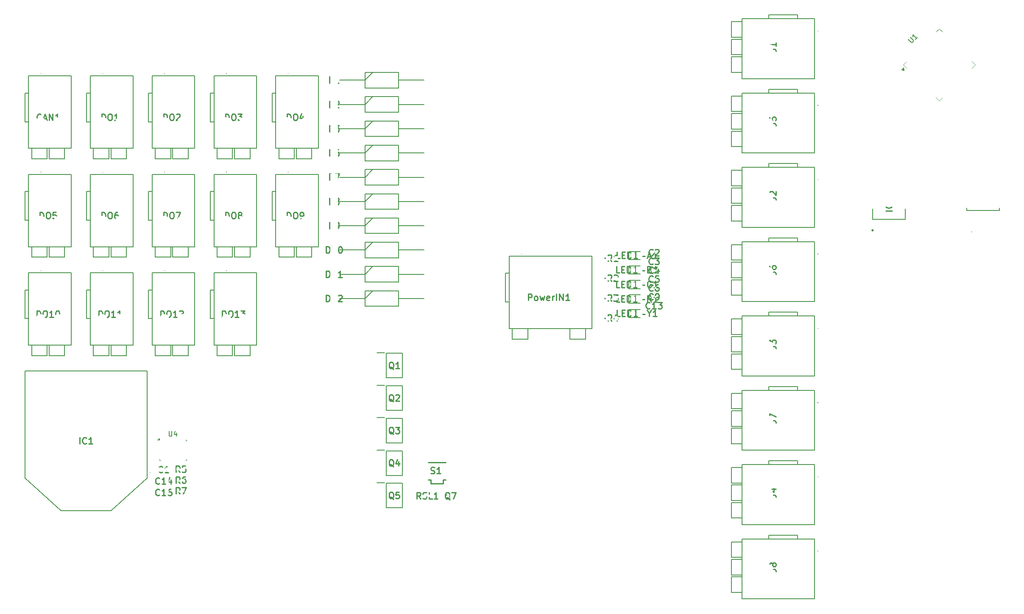
<source format=gbr>
%TF.GenerationSoftware,KiCad,Pcbnew,8.0.4*%
%TF.CreationDate,2024-08-13T00:07:41-07:00*%
%TF.ProjectId,RoboRyo,526f626f-5279-46f2-9e6b-696361645f70,rev?*%
%TF.SameCoordinates,Original*%
%TF.FileFunction,Legend,Top*%
%TF.FilePolarity,Positive*%
%FSLAX46Y46*%
G04 Gerber Fmt 4.6, Leading zero omitted, Abs format (unit mm)*
G04 Created by KiCad (PCBNEW 8.0.4) date 2024-08-13 00:07:41*
%MOMM*%
%LPD*%
G01*
G04 APERTURE LIST*
G04 Aperture macros list*
%AMRoundRect*
0 Rectangle with rounded corners*
0 $1 Rounding radius*
0 $2 $3 $4 $5 $6 $7 $8 $9 X,Y pos of 4 corners*
0 Add a 4 corners polygon primitive as box body*
4,1,4,$2,$3,$4,$5,$6,$7,$8,$9,$2,$3,0*
0 Add four circle primitives for the rounded corners*
1,1,$1+$1,$2,$3*
1,1,$1+$1,$4,$5*
1,1,$1+$1,$6,$7*
1,1,$1+$1,$8,$9*
0 Add four rect primitives between the rounded corners*
20,1,$1+$1,$2,$3,$4,$5,0*
20,1,$1+$1,$4,$5,$6,$7,0*
20,1,$1+$1,$6,$7,$8,$9,0*
20,1,$1+$1,$8,$9,$2,$3,0*%
G04 Aperture macros list end*
%ADD10C,0.254000*%
%ADD11C,0.150000*%
%ADD12C,0.100000*%
%ADD13C,0.050000*%
%ADD14C,0.200000*%
%ADD15C,0.250000*%
%ADD16C,0.120000*%
%ADD17R,1.700000X3.700000*%
%ADD18R,0.700000X0.500000*%
%ADD19R,0.475000X0.500000*%
%ADD20R,0.750000X0.600000*%
%ADD21R,0.650000X0.900000*%
%ADD22R,0.250000X0.150000*%
%ADD23R,0.250000X0.500000*%
%ADD24R,1.500000X0.650000*%
%ADD25R,1.800000X1.800000*%
%ADD26C,1.800000*%
%ADD27R,0.950000X0.950000*%
%ADD28R,1.500000X2.800000*%
%ADD29R,6.300000X6.100000*%
%ADD30R,1.000000X2.100000*%
%ADD31R,4.900000X5.850000*%
%ADD32R,1.214000X1.214000*%
%ADD33C,1.214000*%
%ADD34R,1.575000X1.575000*%
%ADD35C,1.575000*%
%ADD36R,0.730000X0.940000*%
%ADD37R,0.460000X0.420000*%
%ADD38R,0.254000X0.675000*%
%ADD39R,0.675000X0.254000*%
%ADD40RoundRect,0.075000X0.441942X-0.548008X0.548008X-0.441942X-0.441942X0.548008X-0.548008X0.441942X0*%
%ADD41RoundRect,0.075000X-0.441942X-0.548008X0.548008X0.441942X0.441942X0.548008X-0.548008X-0.441942X0*%
G04 APERTURE END LIST*
D10*
X117241380Y-114934842D02*
X117422809Y-114995318D01*
X117422809Y-114995318D02*
X117725190Y-114995318D01*
X117725190Y-114995318D02*
X117846142Y-114934842D01*
X117846142Y-114934842D02*
X117906618Y-114874365D01*
X117906618Y-114874365D02*
X117967095Y-114753413D01*
X117967095Y-114753413D02*
X117967095Y-114632461D01*
X117967095Y-114632461D02*
X117906618Y-114511508D01*
X117906618Y-114511508D02*
X117846142Y-114451032D01*
X117846142Y-114451032D02*
X117725190Y-114390556D01*
X117725190Y-114390556D02*
X117483285Y-114330080D01*
X117483285Y-114330080D02*
X117362333Y-114269603D01*
X117362333Y-114269603D02*
X117301856Y-114209127D01*
X117301856Y-114209127D02*
X117241380Y-114088175D01*
X117241380Y-114088175D02*
X117241380Y-113967222D01*
X117241380Y-113967222D02*
X117301856Y-113846270D01*
X117301856Y-113846270D02*
X117362333Y-113785794D01*
X117362333Y-113785794D02*
X117483285Y-113725318D01*
X117483285Y-113725318D02*
X117785666Y-113725318D01*
X117785666Y-113725318D02*
X117967095Y-113785794D01*
X119176619Y-114995318D02*
X118450904Y-114995318D01*
X118813761Y-114995318D02*
X118813761Y-113725318D01*
X118813761Y-113725318D02*
X118692809Y-113906746D01*
X118692809Y-113906746D02*
X118571857Y-114027699D01*
X118571857Y-114027699D02*
X118450904Y-114088175D01*
X115183524Y-120024318D02*
X114760190Y-119419556D01*
X114457809Y-120024318D02*
X114457809Y-118754318D01*
X114457809Y-118754318D02*
X114941619Y-118754318D01*
X114941619Y-118754318D02*
X115062571Y-118814794D01*
X115062571Y-118814794D02*
X115123048Y-118875270D01*
X115123048Y-118875270D02*
X115183524Y-118996222D01*
X115183524Y-118996222D02*
X115183524Y-119177651D01*
X115183524Y-119177651D02*
X115123048Y-119298603D01*
X115123048Y-119298603D02*
X115062571Y-119359080D01*
X115062571Y-119359080D02*
X114941619Y-119419556D01*
X114941619Y-119419556D02*
X114457809Y-119419556D01*
X115667333Y-119963842D02*
X115848762Y-120024318D01*
X115848762Y-120024318D02*
X116151143Y-120024318D01*
X116151143Y-120024318D02*
X116272095Y-119963842D01*
X116272095Y-119963842D02*
X116332571Y-119903365D01*
X116332571Y-119903365D02*
X116393048Y-119782413D01*
X116393048Y-119782413D02*
X116393048Y-119661461D01*
X116393048Y-119661461D02*
X116332571Y-119540508D01*
X116332571Y-119540508D02*
X116272095Y-119480032D01*
X116272095Y-119480032D02*
X116151143Y-119419556D01*
X116151143Y-119419556D02*
X115909238Y-119359080D01*
X115909238Y-119359080D02*
X115788286Y-119298603D01*
X115788286Y-119298603D02*
X115727809Y-119238127D01*
X115727809Y-119238127D02*
X115667333Y-119117175D01*
X115667333Y-119117175D02*
X115667333Y-118996222D01*
X115667333Y-118996222D02*
X115727809Y-118875270D01*
X115727809Y-118875270D02*
X115788286Y-118814794D01*
X115788286Y-118814794D02*
X115909238Y-118754318D01*
X115909238Y-118754318D02*
X116211619Y-118754318D01*
X116211619Y-118754318D02*
X116393048Y-118814794D01*
X117542095Y-120024318D02*
X116937333Y-120024318D01*
X116937333Y-120024318D02*
X116937333Y-118754318D01*
X118630667Y-120024318D02*
X117904952Y-120024318D01*
X118267809Y-120024318D02*
X118267809Y-118754318D01*
X118267809Y-118754318D02*
X118146857Y-118935746D01*
X118146857Y-118935746D02*
X118025905Y-119056699D01*
X118025905Y-119056699D02*
X117904952Y-119117175D01*
X67105333Y-119034318D02*
X66681999Y-118429556D01*
X66379618Y-119034318D02*
X66379618Y-117764318D01*
X66379618Y-117764318D02*
X66863428Y-117764318D01*
X66863428Y-117764318D02*
X66984380Y-117824794D01*
X66984380Y-117824794D02*
X67044857Y-117885270D01*
X67044857Y-117885270D02*
X67105333Y-118006222D01*
X67105333Y-118006222D02*
X67105333Y-118187651D01*
X67105333Y-118187651D02*
X67044857Y-118308603D01*
X67044857Y-118308603D02*
X66984380Y-118369080D01*
X66984380Y-118369080D02*
X66863428Y-118429556D01*
X66863428Y-118429556D02*
X66379618Y-118429556D01*
X67528666Y-117764318D02*
X68375333Y-117764318D01*
X68375333Y-117764318D02*
X67831047Y-119034318D01*
X67105333Y-116884318D02*
X66681999Y-116279556D01*
X66379618Y-116884318D02*
X66379618Y-115614318D01*
X66379618Y-115614318D02*
X66863428Y-115614318D01*
X66863428Y-115614318D02*
X66984380Y-115674794D01*
X66984380Y-115674794D02*
X67044857Y-115735270D01*
X67044857Y-115735270D02*
X67105333Y-115856222D01*
X67105333Y-115856222D02*
X67105333Y-116037651D01*
X67105333Y-116037651D02*
X67044857Y-116158603D01*
X67044857Y-116158603D02*
X66984380Y-116219080D01*
X66984380Y-116219080D02*
X66863428Y-116279556D01*
X66863428Y-116279556D02*
X66379618Y-116279556D01*
X68193904Y-115614318D02*
X67951999Y-115614318D01*
X67951999Y-115614318D02*
X67831047Y-115674794D01*
X67831047Y-115674794D02*
X67770571Y-115735270D01*
X67770571Y-115735270D02*
X67649618Y-115916699D01*
X67649618Y-115916699D02*
X67589142Y-116158603D01*
X67589142Y-116158603D02*
X67589142Y-116642413D01*
X67589142Y-116642413D02*
X67649618Y-116763365D01*
X67649618Y-116763365D02*
X67710095Y-116823842D01*
X67710095Y-116823842D02*
X67831047Y-116884318D01*
X67831047Y-116884318D02*
X68072952Y-116884318D01*
X68072952Y-116884318D02*
X68193904Y-116823842D01*
X68193904Y-116823842D02*
X68254380Y-116763365D01*
X68254380Y-116763365D02*
X68314857Y-116642413D01*
X68314857Y-116642413D02*
X68314857Y-116340032D01*
X68314857Y-116340032D02*
X68254380Y-116219080D01*
X68254380Y-116219080D02*
X68193904Y-116158603D01*
X68193904Y-116158603D02*
X68072952Y-116098127D01*
X68072952Y-116098127D02*
X67831047Y-116098127D01*
X67831047Y-116098127D02*
X67710095Y-116158603D01*
X67710095Y-116158603D02*
X67649618Y-116219080D01*
X67649618Y-116219080D02*
X67589142Y-116340032D01*
X67105333Y-114734318D02*
X66681999Y-114129556D01*
X66379618Y-114734318D02*
X66379618Y-113464318D01*
X66379618Y-113464318D02*
X66863428Y-113464318D01*
X66863428Y-113464318D02*
X66984380Y-113524794D01*
X66984380Y-113524794D02*
X67044857Y-113585270D01*
X67044857Y-113585270D02*
X67105333Y-113706222D01*
X67105333Y-113706222D02*
X67105333Y-113887651D01*
X67105333Y-113887651D02*
X67044857Y-114008603D01*
X67044857Y-114008603D02*
X66984380Y-114069080D01*
X66984380Y-114069080D02*
X66863428Y-114129556D01*
X66863428Y-114129556D02*
X66379618Y-114129556D01*
X68254380Y-113464318D02*
X67649618Y-113464318D01*
X67649618Y-113464318D02*
X67589142Y-114069080D01*
X67589142Y-114069080D02*
X67649618Y-114008603D01*
X67649618Y-114008603D02*
X67770571Y-113948127D01*
X67770571Y-113948127D02*
X68072952Y-113948127D01*
X68072952Y-113948127D02*
X68193904Y-114008603D01*
X68193904Y-114008603D02*
X68254380Y-114069080D01*
X68254380Y-114069080D02*
X68314857Y-114190032D01*
X68314857Y-114190032D02*
X68314857Y-114492413D01*
X68314857Y-114492413D02*
X68254380Y-114613365D01*
X68254380Y-114613365D02*
X68193904Y-114673842D01*
X68193904Y-114673842D02*
X68072952Y-114734318D01*
X68072952Y-114734318D02*
X67770571Y-114734318D01*
X67770571Y-114734318D02*
X67649618Y-114673842D01*
X67649618Y-114673842D02*
X67589142Y-114613365D01*
X153338333Y-84524318D02*
X152914999Y-83919556D01*
X152612618Y-84524318D02*
X152612618Y-83254318D01*
X152612618Y-83254318D02*
X153096428Y-83254318D01*
X153096428Y-83254318D02*
X153217380Y-83314794D01*
X153217380Y-83314794D02*
X153277857Y-83375270D01*
X153277857Y-83375270D02*
X153338333Y-83496222D01*
X153338333Y-83496222D02*
X153338333Y-83677651D01*
X153338333Y-83677651D02*
X153277857Y-83798603D01*
X153277857Y-83798603D02*
X153217380Y-83859080D01*
X153217380Y-83859080D02*
X153096428Y-83919556D01*
X153096428Y-83919556D02*
X152612618Y-83919556D01*
X154426904Y-83677651D02*
X154426904Y-84524318D01*
X154124523Y-83193842D02*
X153822142Y-84100984D01*
X153822142Y-84100984D02*
X154608333Y-84100984D01*
X153338333Y-80524318D02*
X152914999Y-79919556D01*
X152612618Y-80524318D02*
X152612618Y-79254318D01*
X152612618Y-79254318D02*
X153096428Y-79254318D01*
X153096428Y-79254318D02*
X153217380Y-79314794D01*
X153217380Y-79314794D02*
X153277857Y-79375270D01*
X153277857Y-79375270D02*
X153338333Y-79496222D01*
X153338333Y-79496222D02*
X153338333Y-79677651D01*
X153338333Y-79677651D02*
X153277857Y-79798603D01*
X153277857Y-79798603D02*
X153217380Y-79859080D01*
X153217380Y-79859080D02*
X153096428Y-79919556D01*
X153096428Y-79919556D02*
X152612618Y-79919556D01*
X153761666Y-79254318D02*
X154547857Y-79254318D01*
X154547857Y-79254318D02*
X154124523Y-79738127D01*
X154124523Y-79738127D02*
X154305952Y-79738127D01*
X154305952Y-79738127D02*
X154426904Y-79798603D01*
X154426904Y-79798603D02*
X154487380Y-79859080D01*
X154487380Y-79859080D02*
X154547857Y-79980032D01*
X154547857Y-79980032D02*
X154547857Y-80282413D01*
X154547857Y-80282413D02*
X154487380Y-80403365D01*
X154487380Y-80403365D02*
X154426904Y-80463842D01*
X154426904Y-80463842D02*
X154305952Y-80524318D01*
X154305952Y-80524318D02*
X153943095Y-80524318D01*
X153943095Y-80524318D02*
X153822142Y-80463842D01*
X153822142Y-80463842D02*
X153761666Y-80403365D01*
X153338333Y-76524318D02*
X152914999Y-75919556D01*
X152612618Y-76524318D02*
X152612618Y-75254318D01*
X152612618Y-75254318D02*
X153096428Y-75254318D01*
X153096428Y-75254318D02*
X153217380Y-75314794D01*
X153217380Y-75314794D02*
X153277857Y-75375270D01*
X153277857Y-75375270D02*
X153338333Y-75496222D01*
X153338333Y-75496222D02*
X153338333Y-75677651D01*
X153338333Y-75677651D02*
X153277857Y-75798603D01*
X153277857Y-75798603D02*
X153217380Y-75859080D01*
X153217380Y-75859080D02*
X153096428Y-75919556D01*
X153096428Y-75919556D02*
X152612618Y-75919556D01*
X153822142Y-75375270D02*
X153882618Y-75314794D01*
X153882618Y-75314794D02*
X154003571Y-75254318D01*
X154003571Y-75254318D02*
X154305952Y-75254318D01*
X154305952Y-75254318D02*
X154426904Y-75314794D01*
X154426904Y-75314794D02*
X154487380Y-75375270D01*
X154487380Y-75375270D02*
X154547857Y-75496222D01*
X154547857Y-75496222D02*
X154547857Y-75617175D01*
X154547857Y-75617175D02*
X154487380Y-75798603D01*
X154487380Y-75798603D02*
X153761666Y-76524318D01*
X153761666Y-76524318D02*
X154547857Y-76524318D01*
X153338333Y-72524318D02*
X152914999Y-71919556D01*
X152612618Y-72524318D02*
X152612618Y-71254318D01*
X152612618Y-71254318D02*
X153096428Y-71254318D01*
X153096428Y-71254318D02*
X153217380Y-71314794D01*
X153217380Y-71314794D02*
X153277857Y-71375270D01*
X153277857Y-71375270D02*
X153338333Y-71496222D01*
X153338333Y-71496222D02*
X153338333Y-71677651D01*
X153338333Y-71677651D02*
X153277857Y-71798603D01*
X153277857Y-71798603D02*
X153217380Y-71859080D01*
X153217380Y-71859080D02*
X153096428Y-71919556D01*
X153096428Y-71919556D02*
X152612618Y-71919556D01*
X154547857Y-72524318D02*
X153822142Y-72524318D01*
X154184999Y-72524318D02*
X154184999Y-71254318D01*
X154184999Y-71254318D02*
X154064047Y-71435746D01*
X154064047Y-71435746D02*
X153943095Y-71556699D01*
X153943095Y-71556699D02*
X153822142Y-71617175D01*
X121043047Y-120195270D02*
X120922095Y-120134794D01*
X120922095Y-120134794D02*
X120801142Y-120013842D01*
X120801142Y-120013842D02*
X120619714Y-119832413D01*
X120619714Y-119832413D02*
X120498761Y-119771937D01*
X120498761Y-119771937D02*
X120377809Y-119771937D01*
X120438285Y-120074318D02*
X120317333Y-120013842D01*
X120317333Y-120013842D02*
X120196380Y-119892889D01*
X120196380Y-119892889D02*
X120135904Y-119650984D01*
X120135904Y-119650984D02*
X120135904Y-119227651D01*
X120135904Y-119227651D02*
X120196380Y-118985746D01*
X120196380Y-118985746D02*
X120317333Y-118864794D01*
X120317333Y-118864794D02*
X120438285Y-118804318D01*
X120438285Y-118804318D02*
X120680190Y-118804318D01*
X120680190Y-118804318D02*
X120801142Y-118864794D01*
X120801142Y-118864794D02*
X120922095Y-118985746D01*
X120922095Y-118985746D02*
X120982571Y-119227651D01*
X120982571Y-119227651D02*
X120982571Y-119650984D01*
X120982571Y-119650984D02*
X120922095Y-119892889D01*
X120922095Y-119892889D02*
X120801142Y-120013842D01*
X120801142Y-120013842D02*
X120680190Y-120074318D01*
X120680190Y-120074318D02*
X120438285Y-120074318D01*
X121405904Y-118804318D02*
X122252571Y-118804318D01*
X122252571Y-118804318D02*
X121708285Y-120074318D01*
X109818047Y-120095270D02*
X109697095Y-120034794D01*
X109697095Y-120034794D02*
X109576142Y-119913842D01*
X109576142Y-119913842D02*
X109394714Y-119732413D01*
X109394714Y-119732413D02*
X109273761Y-119671937D01*
X109273761Y-119671937D02*
X109152809Y-119671937D01*
X109213285Y-119974318D02*
X109092333Y-119913842D01*
X109092333Y-119913842D02*
X108971380Y-119792889D01*
X108971380Y-119792889D02*
X108910904Y-119550984D01*
X108910904Y-119550984D02*
X108910904Y-119127651D01*
X108910904Y-119127651D02*
X108971380Y-118885746D01*
X108971380Y-118885746D02*
X109092333Y-118764794D01*
X109092333Y-118764794D02*
X109213285Y-118704318D01*
X109213285Y-118704318D02*
X109455190Y-118704318D01*
X109455190Y-118704318D02*
X109576142Y-118764794D01*
X109576142Y-118764794D02*
X109697095Y-118885746D01*
X109697095Y-118885746D02*
X109757571Y-119127651D01*
X109757571Y-119127651D02*
X109757571Y-119550984D01*
X109757571Y-119550984D02*
X109697095Y-119792889D01*
X109697095Y-119792889D02*
X109576142Y-119913842D01*
X109576142Y-119913842D02*
X109455190Y-119974318D01*
X109455190Y-119974318D02*
X109213285Y-119974318D01*
X110906618Y-118704318D02*
X110301856Y-118704318D01*
X110301856Y-118704318D02*
X110241380Y-119309080D01*
X110241380Y-119309080D02*
X110301856Y-119248603D01*
X110301856Y-119248603D02*
X110422809Y-119188127D01*
X110422809Y-119188127D02*
X110725190Y-119188127D01*
X110725190Y-119188127D02*
X110846142Y-119248603D01*
X110846142Y-119248603D02*
X110906618Y-119309080D01*
X110906618Y-119309080D02*
X110967095Y-119430032D01*
X110967095Y-119430032D02*
X110967095Y-119732413D01*
X110967095Y-119732413D02*
X110906618Y-119853365D01*
X110906618Y-119853365D02*
X110846142Y-119913842D01*
X110846142Y-119913842D02*
X110725190Y-119974318D01*
X110725190Y-119974318D02*
X110422809Y-119974318D01*
X110422809Y-119974318D02*
X110301856Y-119913842D01*
X110301856Y-119913842D02*
X110241380Y-119853365D01*
X109818047Y-113595270D02*
X109697095Y-113534794D01*
X109697095Y-113534794D02*
X109576142Y-113413842D01*
X109576142Y-113413842D02*
X109394714Y-113232413D01*
X109394714Y-113232413D02*
X109273761Y-113171937D01*
X109273761Y-113171937D02*
X109152809Y-113171937D01*
X109213285Y-113474318D02*
X109092333Y-113413842D01*
X109092333Y-113413842D02*
X108971380Y-113292889D01*
X108971380Y-113292889D02*
X108910904Y-113050984D01*
X108910904Y-113050984D02*
X108910904Y-112627651D01*
X108910904Y-112627651D02*
X108971380Y-112385746D01*
X108971380Y-112385746D02*
X109092333Y-112264794D01*
X109092333Y-112264794D02*
X109213285Y-112204318D01*
X109213285Y-112204318D02*
X109455190Y-112204318D01*
X109455190Y-112204318D02*
X109576142Y-112264794D01*
X109576142Y-112264794D02*
X109697095Y-112385746D01*
X109697095Y-112385746D02*
X109757571Y-112627651D01*
X109757571Y-112627651D02*
X109757571Y-113050984D01*
X109757571Y-113050984D02*
X109697095Y-113292889D01*
X109697095Y-113292889D02*
X109576142Y-113413842D01*
X109576142Y-113413842D02*
X109455190Y-113474318D01*
X109455190Y-113474318D02*
X109213285Y-113474318D01*
X110846142Y-112627651D02*
X110846142Y-113474318D01*
X110543761Y-112143842D02*
X110241380Y-113050984D01*
X110241380Y-113050984D02*
X111027571Y-113050984D01*
X109818047Y-107095270D02*
X109697095Y-107034794D01*
X109697095Y-107034794D02*
X109576142Y-106913842D01*
X109576142Y-106913842D02*
X109394714Y-106732413D01*
X109394714Y-106732413D02*
X109273761Y-106671937D01*
X109273761Y-106671937D02*
X109152809Y-106671937D01*
X109213285Y-106974318D02*
X109092333Y-106913842D01*
X109092333Y-106913842D02*
X108971380Y-106792889D01*
X108971380Y-106792889D02*
X108910904Y-106550984D01*
X108910904Y-106550984D02*
X108910904Y-106127651D01*
X108910904Y-106127651D02*
X108971380Y-105885746D01*
X108971380Y-105885746D02*
X109092333Y-105764794D01*
X109092333Y-105764794D02*
X109213285Y-105704318D01*
X109213285Y-105704318D02*
X109455190Y-105704318D01*
X109455190Y-105704318D02*
X109576142Y-105764794D01*
X109576142Y-105764794D02*
X109697095Y-105885746D01*
X109697095Y-105885746D02*
X109757571Y-106127651D01*
X109757571Y-106127651D02*
X109757571Y-106550984D01*
X109757571Y-106550984D02*
X109697095Y-106792889D01*
X109697095Y-106792889D02*
X109576142Y-106913842D01*
X109576142Y-106913842D02*
X109455190Y-106974318D01*
X109455190Y-106974318D02*
X109213285Y-106974318D01*
X110180904Y-105704318D02*
X110967095Y-105704318D01*
X110967095Y-105704318D02*
X110543761Y-106188127D01*
X110543761Y-106188127D02*
X110725190Y-106188127D01*
X110725190Y-106188127D02*
X110846142Y-106248603D01*
X110846142Y-106248603D02*
X110906618Y-106309080D01*
X110906618Y-106309080D02*
X110967095Y-106430032D01*
X110967095Y-106430032D02*
X110967095Y-106732413D01*
X110967095Y-106732413D02*
X110906618Y-106853365D01*
X110906618Y-106853365D02*
X110846142Y-106913842D01*
X110846142Y-106913842D02*
X110725190Y-106974318D01*
X110725190Y-106974318D02*
X110362333Y-106974318D01*
X110362333Y-106974318D02*
X110241380Y-106913842D01*
X110241380Y-106913842D02*
X110180904Y-106853365D01*
X109818047Y-100595270D02*
X109697095Y-100534794D01*
X109697095Y-100534794D02*
X109576142Y-100413842D01*
X109576142Y-100413842D02*
X109394714Y-100232413D01*
X109394714Y-100232413D02*
X109273761Y-100171937D01*
X109273761Y-100171937D02*
X109152809Y-100171937D01*
X109213285Y-100474318D02*
X109092333Y-100413842D01*
X109092333Y-100413842D02*
X108971380Y-100292889D01*
X108971380Y-100292889D02*
X108910904Y-100050984D01*
X108910904Y-100050984D02*
X108910904Y-99627651D01*
X108910904Y-99627651D02*
X108971380Y-99385746D01*
X108971380Y-99385746D02*
X109092333Y-99264794D01*
X109092333Y-99264794D02*
X109213285Y-99204318D01*
X109213285Y-99204318D02*
X109455190Y-99204318D01*
X109455190Y-99204318D02*
X109576142Y-99264794D01*
X109576142Y-99264794D02*
X109697095Y-99385746D01*
X109697095Y-99385746D02*
X109757571Y-99627651D01*
X109757571Y-99627651D02*
X109757571Y-100050984D01*
X109757571Y-100050984D02*
X109697095Y-100292889D01*
X109697095Y-100292889D02*
X109576142Y-100413842D01*
X109576142Y-100413842D02*
X109455190Y-100474318D01*
X109455190Y-100474318D02*
X109213285Y-100474318D01*
X110241380Y-99325270D02*
X110301856Y-99264794D01*
X110301856Y-99264794D02*
X110422809Y-99204318D01*
X110422809Y-99204318D02*
X110725190Y-99204318D01*
X110725190Y-99204318D02*
X110846142Y-99264794D01*
X110846142Y-99264794D02*
X110906618Y-99325270D01*
X110906618Y-99325270D02*
X110967095Y-99446222D01*
X110967095Y-99446222D02*
X110967095Y-99567175D01*
X110967095Y-99567175D02*
X110906618Y-99748603D01*
X110906618Y-99748603D02*
X110180904Y-100474318D01*
X110180904Y-100474318D02*
X110967095Y-100474318D01*
X109818047Y-94095270D02*
X109697095Y-94034794D01*
X109697095Y-94034794D02*
X109576142Y-93913842D01*
X109576142Y-93913842D02*
X109394714Y-93732413D01*
X109394714Y-93732413D02*
X109273761Y-93671937D01*
X109273761Y-93671937D02*
X109152809Y-93671937D01*
X109213285Y-93974318D02*
X109092333Y-93913842D01*
X109092333Y-93913842D02*
X108971380Y-93792889D01*
X108971380Y-93792889D02*
X108910904Y-93550984D01*
X108910904Y-93550984D02*
X108910904Y-93127651D01*
X108910904Y-93127651D02*
X108971380Y-92885746D01*
X108971380Y-92885746D02*
X109092333Y-92764794D01*
X109092333Y-92764794D02*
X109213285Y-92704318D01*
X109213285Y-92704318D02*
X109455190Y-92704318D01*
X109455190Y-92704318D02*
X109576142Y-92764794D01*
X109576142Y-92764794D02*
X109697095Y-92885746D01*
X109697095Y-92885746D02*
X109757571Y-93127651D01*
X109757571Y-93127651D02*
X109757571Y-93550984D01*
X109757571Y-93550984D02*
X109697095Y-93792889D01*
X109697095Y-93792889D02*
X109576142Y-93913842D01*
X109576142Y-93913842D02*
X109455190Y-93974318D01*
X109455190Y-93974318D02*
X109213285Y-93974318D01*
X110967095Y-93974318D02*
X110241380Y-93974318D01*
X110604237Y-93974318D02*
X110604237Y-92704318D01*
X110604237Y-92704318D02*
X110483285Y-92885746D01*
X110483285Y-92885746D02*
X110362333Y-93006699D01*
X110362333Y-93006699D02*
X110241380Y-93067175D01*
X136692857Y-80374318D02*
X136692857Y-79104318D01*
X136692857Y-79104318D02*
X137176667Y-79104318D01*
X137176667Y-79104318D02*
X137297619Y-79164794D01*
X137297619Y-79164794D02*
X137358096Y-79225270D01*
X137358096Y-79225270D02*
X137418572Y-79346222D01*
X137418572Y-79346222D02*
X137418572Y-79527651D01*
X137418572Y-79527651D02*
X137358096Y-79648603D01*
X137358096Y-79648603D02*
X137297619Y-79709080D01*
X137297619Y-79709080D02*
X137176667Y-79769556D01*
X137176667Y-79769556D02*
X136692857Y-79769556D01*
X138144286Y-80374318D02*
X138023334Y-80313842D01*
X138023334Y-80313842D02*
X137962857Y-80253365D01*
X137962857Y-80253365D02*
X137902381Y-80132413D01*
X137902381Y-80132413D02*
X137902381Y-79769556D01*
X137902381Y-79769556D02*
X137962857Y-79648603D01*
X137962857Y-79648603D02*
X138023334Y-79588127D01*
X138023334Y-79588127D02*
X138144286Y-79527651D01*
X138144286Y-79527651D02*
X138325715Y-79527651D01*
X138325715Y-79527651D02*
X138446667Y-79588127D01*
X138446667Y-79588127D02*
X138507143Y-79648603D01*
X138507143Y-79648603D02*
X138567619Y-79769556D01*
X138567619Y-79769556D02*
X138567619Y-80132413D01*
X138567619Y-80132413D02*
X138507143Y-80253365D01*
X138507143Y-80253365D02*
X138446667Y-80313842D01*
X138446667Y-80313842D02*
X138325715Y-80374318D01*
X138325715Y-80374318D02*
X138144286Y-80374318D01*
X138990953Y-79527651D02*
X139232858Y-80374318D01*
X139232858Y-80374318D02*
X139474763Y-79769556D01*
X139474763Y-79769556D02*
X139716667Y-80374318D01*
X139716667Y-80374318D02*
X139958572Y-79527651D01*
X140926191Y-80313842D02*
X140805239Y-80374318D01*
X140805239Y-80374318D02*
X140563334Y-80374318D01*
X140563334Y-80374318D02*
X140442381Y-80313842D01*
X140442381Y-80313842D02*
X140381905Y-80192889D01*
X140381905Y-80192889D02*
X140381905Y-79709080D01*
X140381905Y-79709080D02*
X140442381Y-79588127D01*
X140442381Y-79588127D02*
X140563334Y-79527651D01*
X140563334Y-79527651D02*
X140805239Y-79527651D01*
X140805239Y-79527651D02*
X140926191Y-79588127D01*
X140926191Y-79588127D02*
X140986667Y-79709080D01*
X140986667Y-79709080D02*
X140986667Y-79830032D01*
X140986667Y-79830032D02*
X140381905Y-79950984D01*
X141530952Y-80374318D02*
X141530952Y-79527651D01*
X141530952Y-79769556D02*
X141591429Y-79648603D01*
X141591429Y-79648603D02*
X141651905Y-79588127D01*
X141651905Y-79588127D02*
X141772857Y-79527651D01*
X141772857Y-79527651D02*
X141893810Y-79527651D01*
X142317142Y-80374318D02*
X142317142Y-79104318D01*
X142921904Y-80374318D02*
X142921904Y-79104318D01*
X142921904Y-79104318D02*
X143647619Y-80374318D01*
X143647619Y-80374318D02*
X143647619Y-79104318D01*
X144917619Y-80374318D02*
X144191904Y-80374318D01*
X144554761Y-80374318D02*
X144554761Y-79104318D01*
X144554761Y-79104318D02*
X144433809Y-79285746D01*
X144433809Y-79285746D02*
X144312857Y-79406699D01*
X144312857Y-79406699D02*
X144191904Y-79467175D01*
X154993571Y-83574318D02*
X154388809Y-83574318D01*
X154388809Y-83574318D02*
X154388809Y-82304318D01*
X155416904Y-82909080D02*
X155840238Y-82909080D01*
X156021666Y-83574318D02*
X155416904Y-83574318D01*
X155416904Y-83574318D02*
X155416904Y-82304318D01*
X155416904Y-82304318D02*
X156021666Y-82304318D01*
X156565952Y-83574318D02*
X156565952Y-82304318D01*
X156565952Y-82304318D02*
X156868333Y-82304318D01*
X156868333Y-82304318D02*
X157049762Y-82364794D01*
X157049762Y-82364794D02*
X157170714Y-82485746D01*
X157170714Y-82485746D02*
X157231191Y-82606699D01*
X157231191Y-82606699D02*
X157291667Y-82848603D01*
X157291667Y-82848603D02*
X157291667Y-83030032D01*
X157291667Y-83030032D02*
X157231191Y-83271937D01*
X157231191Y-83271937D02*
X157170714Y-83392889D01*
X157170714Y-83392889D02*
X157049762Y-83513842D01*
X157049762Y-83513842D02*
X156868333Y-83574318D01*
X156868333Y-83574318D02*
X156565952Y-83574318D01*
X158501191Y-83574318D02*
X157775476Y-83574318D01*
X158138333Y-83574318D02*
X158138333Y-82304318D01*
X158138333Y-82304318D02*
X158017381Y-82485746D01*
X158017381Y-82485746D02*
X157896429Y-82606699D01*
X157896429Y-82606699D02*
X157775476Y-82667175D01*
X159045476Y-83090508D02*
X160013096Y-83090508D01*
X160859762Y-82969556D02*
X160859762Y-83574318D01*
X160436429Y-82304318D02*
X160859762Y-82969556D01*
X160859762Y-82969556D02*
X161283096Y-82304318D01*
X162371667Y-83574318D02*
X161645952Y-83574318D01*
X162008809Y-83574318D02*
X162008809Y-82304318D01*
X162008809Y-82304318D02*
X161887857Y-82485746D01*
X161887857Y-82485746D02*
X161766905Y-82606699D01*
X161766905Y-82606699D02*
X161645952Y-82667175D01*
X154902856Y-80674318D02*
X154298094Y-80674318D01*
X154298094Y-80674318D02*
X154298094Y-79404318D01*
X155326189Y-80009080D02*
X155749523Y-80009080D01*
X155930951Y-80674318D02*
X155326189Y-80674318D01*
X155326189Y-80674318D02*
X155326189Y-79404318D01*
X155326189Y-79404318D02*
X155930951Y-79404318D01*
X156475237Y-80674318D02*
X156475237Y-79404318D01*
X156475237Y-79404318D02*
X156777618Y-79404318D01*
X156777618Y-79404318D02*
X156959047Y-79464794D01*
X156959047Y-79464794D02*
X157079999Y-79585746D01*
X157079999Y-79585746D02*
X157140476Y-79706699D01*
X157140476Y-79706699D02*
X157200952Y-79948603D01*
X157200952Y-79948603D02*
X157200952Y-80130032D01*
X157200952Y-80130032D02*
X157140476Y-80371937D01*
X157140476Y-80371937D02*
X157079999Y-80492889D01*
X157079999Y-80492889D02*
X156959047Y-80613842D01*
X156959047Y-80613842D02*
X156777618Y-80674318D01*
X156777618Y-80674318D02*
X156475237Y-80674318D01*
X158410476Y-80674318D02*
X157684761Y-80674318D01*
X158047618Y-80674318D02*
X158047618Y-79404318D01*
X158047618Y-79404318D02*
X157926666Y-79585746D01*
X157926666Y-79585746D02*
X157805714Y-79706699D01*
X157805714Y-79706699D02*
X157684761Y-79767175D01*
X158954761Y-80190508D02*
X159922381Y-80190508D01*
X161252857Y-80674318D02*
X160829523Y-80069556D01*
X160527142Y-80674318D02*
X160527142Y-79404318D01*
X160527142Y-79404318D02*
X161010952Y-79404318D01*
X161010952Y-79404318D02*
X161131904Y-79464794D01*
X161131904Y-79464794D02*
X161192381Y-79525270D01*
X161192381Y-79525270D02*
X161252857Y-79646222D01*
X161252857Y-79646222D02*
X161252857Y-79827651D01*
X161252857Y-79827651D02*
X161192381Y-79948603D01*
X161192381Y-79948603D02*
X161131904Y-80009080D01*
X161131904Y-80009080D02*
X161010952Y-80069556D01*
X161010952Y-80069556D02*
X160527142Y-80069556D01*
X162462381Y-80674318D02*
X161736666Y-80674318D01*
X162099523Y-80674318D02*
X162099523Y-79404318D01*
X162099523Y-79404318D02*
X161978571Y-79585746D01*
X161978571Y-79585746D02*
X161857619Y-79706699D01*
X161857619Y-79706699D02*
X161736666Y-79767175D01*
X154902856Y-77774318D02*
X154298094Y-77774318D01*
X154298094Y-77774318D02*
X154298094Y-76504318D01*
X155326189Y-77109080D02*
X155749523Y-77109080D01*
X155930951Y-77774318D02*
X155326189Y-77774318D01*
X155326189Y-77774318D02*
X155326189Y-76504318D01*
X155326189Y-76504318D02*
X155930951Y-76504318D01*
X156475237Y-77774318D02*
X156475237Y-76504318D01*
X156475237Y-76504318D02*
X156777618Y-76504318D01*
X156777618Y-76504318D02*
X156959047Y-76564794D01*
X156959047Y-76564794D02*
X157079999Y-76685746D01*
X157079999Y-76685746D02*
X157140476Y-76806699D01*
X157140476Y-76806699D02*
X157200952Y-77048603D01*
X157200952Y-77048603D02*
X157200952Y-77230032D01*
X157200952Y-77230032D02*
X157140476Y-77471937D01*
X157140476Y-77471937D02*
X157079999Y-77592889D01*
X157079999Y-77592889D02*
X156959047Y-77713842D01*
X156959047Y-77713842D02*
X156777618Y-77774318D01*
X156777618Y-77774318D02*
X156475237Y-77774318D01*
X158410476Y-77774318D02*
X157684761Y-77774318D01*
X158047618Y-77774318D02*
X158047618Y-76504318D01*
X158047618Y-76504318D02*
X157926666Y-76685746D01*
X157926666Y-76685746D02*
X157805714Y-76806699D01*
X157805714Y-76806699D02*
X157684761Y-76867175D01*
X158954761Y-77290508D02*
X159922381Y-77290508D01*
X161192381Y-76564794D02*
X161071428Y-76504318D01*
X161071428Y-76504318D02*
X160890000Y-76504318D01*
X160890000Y-76504318D02*
X160708571Y-76564794D01*
X160708571Y-76564794D02*
X160587619Y-76685746D01*
X160587619Y-76685746D02*
X160527142Y-76806699D01*
X160527142Y-76806699D02*
X160466666Y-77048603D01*
X160466666Y-77048603D02*
X160466666Y-77230032D01*
X160466666Y-77230032D02*
X160527142Y-77471937D01*
X160527142Y-77471937D02*
X160587619Y-77592889D01*
X160587619Y-77592889D02*
X160708571Y-77713842D01*
X160708571Y-77713842D02*
X160890000Y-77774318D01*
X160890000Y-77774318D02*
X161010952Y-77774318D01*
X161010952Y-77774318D02*
X161192381Y-77713842D01*
X161192381Y-77713842D02*
X161252857Y-77653365D01*
X161252857Y-77653365D02*
X161252857Y-77230032D01*
X161252857Y-77230032D02*
X161010952Y-77230032D01*
X162462381Y-77774318D02*
X161736666Y-77774318D01*
X162099523Y-77774318D02*
X162099523Y-76504318D01*
X162099523Y-76504318D02*
X161978571Y-76685746D01*
X161978571Y-76685746D02*
X161857619Y-76806699D01*
X161857619Y-76806699D02*
X161736666Y-76867175D01*
X154902856Y-74874318D02*
X154298094Y-74874318D01*
X154298094Y-74874318D02*
X154298094Y-73604318D01*
X155326189Y-74209080D02*
X155749523Y-74209080D01*
X155930951Y-74874318D02*
X155326189Y-74874318D01*
X155326189Y-74874318D02*
X155326189Y-73604318D01*
X155326189Y-73604318D02*
X155930951Y-73604318D01*
X156475237Y-74874318D02*
X156475237Y-73604318D01*
X156475237Y-73604318D02*
X156777618Y-73604318D01*
X156777618Y-73604318D02*
X156959047Y-73664794D01*
X156959047Y-73664794D02*
X157079999Y-73785746D01*
X157079999Y-73785746D02*
X157140476Y-73906699D01*
X157140476Y-73906699D02*
X157200952Y-74148603D01*
X157200952Y-74148603D02*
X157200952Y-74330032D01*
X157200952Y-74330032D02*
X157140476Y-74571937D01*
X157140476Y-74571937D02*
X157079999Y-74692889D01*
X157079999Y-74692889D02*
X156959047Y-74813842D01*
X156959047Y-74813842D02*
X156777618Y-74874318D01*
X156777618Y-74874318D02*
X156475237Y-74874318D01*
X158410476Y-74874318D02*
X157684761Y-74874318D01*
X158047618Y-74874318D02*
X158047618Y-73604318D01*
X158047618Y-73604318D02*
X157926666Y-73785746D01*
X157926666Y-73785746D02*
X157805714Y-73906699D01*
X157805714Y-73906699D02*
X157684761Y-73967175D01*
X158954761Y-74390508D02*
X159922381Y-74390508D01*
X160950476Y-74209080D02*
X161131904Y-74269556D01*
X161131904Y-74269556D02*
X161192381Y-74330032D01*
X161192381Y-74330032D02*
X161252857Y-74450984D01*
X161252857Y-74450984D02*
X161252857Y-74632413D01*
X161252857Y-74632413D02*
X161192381Y-74753365D01*
X161192381Y-74753365D02*
X161131904Y-74813842D01*
X161131904Y-74813842D02*
X161010952Y-74874318D01*
X161010952Y-74874318D02*
X160527142Y-74874318D01*
X160527142Y-74874318D02*
X160527142Y-73604318D01*
X160527142Y-73604318D02*
X160950476Y-73604318D01*
X160950476Y-73604318D02*
X161071428Y-73664794D01*
X161071428Y-73664794D02*
X161131904Y-73725270D01*
X161131904Y-73725270D02*
X161192381Y-73846222D01*
X161192381Y-73846222D02*
X161192381Y-73967175D01*
X161192381Y-73967175D02*
X161131904Y-74088127D01*
X161131904Y-74088127D02*
X161071428Y-74148603D01*
X161071428Y-74148603D02*
X160950476Y-74209080D01*
X160950476Y-74209080D02*
X160527142Y-74209080D01*
X162462381Y-74874318D02*
X161736666Y-74874318D01*
X162099523Y-74874318D02*
X162099523Y-73604318D01*
X162099523Y-73604318D02*
X161978571Y-73785746D01*
X161978571Y-73785746D02*
X161857619Y-73906699D01*
X161857619Y-73906699D02*
X161736666Y-73967175D01*
X154993571Y-71974318D02*
X154388809Y-71974318D01*
X154388809Y-71974318D02*
X154388809Y-70704318D01*
X155416904Y-71309080D02*
X155840238Y-71309080D01*
X156021666Y-71974318D02*
X155416904Y-71974318D01*
X155416904Y-71974318D02*
X155416904Y-70704318D01*
X155416904Y-70704318D02*
X156021666Y-70704318D01*
X156565952Y-71974318D02*
X156565952Y-70704318D01*
X156565952Y-70704318D02*
X156868333Y-70704318D01*
X156868333Y-70704318D02*
X157049762Y-70764794D01*
X157049762Y-70764794D02*
X157170714Y-70885746D01*
X157170714Y-70885746D02*
X157231191Y-71006699D01*
X157231191Y-71006699D02*
X157291667Y-71248603D01*
X157291667Y-71248603D02*
X157291667Y-71430032D01*
X157291667Y-71430032D02*
X157231191Y-71671937D01*
X157231191Y-71671937D02*
X157170714Y-71792889D01*
X157170714Y-71792889D02*
X157049762Y-71913842D01*
X157049762Y-71913842D02*
X156868333Y-71974318D01*
X156868333Y-71974318D02*
X156565952Y-71974318D01*
X158501191Y-71974318D02*
X157775476Y-71974318D01*
X158138333Y-71974318D02*
X158138333Y-70704318D01*
X158138333Y-70704318D02*
X158017381Y-70885746D01*
X158017381Y-70885746D02*
X157896429Y-71006699D01*
X157896429Y-71006699D02*
X157775476Y-71067175D01*
X159045476Y-71490508D02*
X160013096Y-71490508D01*
X160557381Y-71611461D02*
X161162143Y-71611461D01*
X160436429Y-71974318D02*
X160859762Y-70704318D01*
X160859762Y-70704318D02*
X161283096Y-71974318D01*
X162371667Y-71974318D02*
X161645952Y-71974318D01*
X162008809Y-71974318D02*
X162008809Y-70704318D01*
X162008809Y-70704318D02*
X161887857Y-70885746D01*
X161887857Y-70885746D02*
X161766905Y-71006699D01*
X161766905Y-71006699D02*
X161645952Y-71067175D01*
X184904318Y-134098331D02*
X185811461Y-134098331D01*
X185811461Y-134098331D02*
X185992889Y-134158808D01*
X185992889Y-134158808D02*
X186113842Y-134279760D01*
X186113842Y-134279760D02*
X186174318Y-134461189D01*
X186174318Y-134461189D02*
X186174318Y-134582141D01*
X185448603Y-133312141D02*
X185388127Y-133433093D01*
X185388127Y-133433093D02*
X185327651Y-133493570D01*
X185327651Y-133493570D02*
X185206699Y-133554046D01*
X185206699Y-133554046D02*
X185146222Y-133554046D01*
X185146222Y-133554046D02*
X185025270Y-133493570D01*
X185025270Y-133493570D02*
X184964794Y-133433093D01*
X184964794Y-133433093D02*
X184904318Y-133312141D01*
X184904318Y-133312141D02*
X184904318Y-133070236D01*
X184904318Y-133070236D02*
X184964794Y-132949284D01*
X184964794Y-132949284D02*
X185025270Y-132888808D01*
X185025270Y-132888808D02*
X185146222Y-132828331D01*
X185146222Y-132828331D02*
X185206699Y-132828331D01*
X185206699Y-132828331D02*
X185327651Y-132888808D01*
X185327651Y-132888808D02*
X185388127Y-132949284D01*
X185388127Y-132949284D02*
X185448603Y-133070236D01*
X185448603Y-133070236D02*
X185448603Y-133312141D01*
X185448603Y-133312141D02*
X185509080Y-133433093D01*
X185509080Y-133433093D02*
X185569556Y-133493570D01*
X185569556Y-133493570D02*
X185690508Y-133554046D01*
X185690508Y-133554046D02*
X185932413Y-133554046D01*
X185932413Y-133554046D02*
X186053365Y-133493570D01*
X186053365Y-133493570D02*
X186113842Y-133433093D01*
X186113842Y-133433093D02*
X186174318Y-133312141D01*
X186174318Y-133312141D02*
X186174318Y-133070236D01*
X186174318Y-133070236D02*
X186113842Y-132949284D01*
X186113842Y-132949284D02*
X186053365Y-132888808D01*
X186053365Y-132888808D02*
X185932413Y-132828331D01*
X185932413Y-132828331D02*
X185690508Y-132828331D01*
X185690508Y-132828331D02*
X185569556Y-132888808D01*
X185569556Y-132888808D02*
X185509080Y-132949284D01*
X185509080Y-132949284D02*
X185448603Y-133070236D01*
X184904318Y-104384042D02*
X185811461Y-104384042D01*
X185811461Y-104384042D02*
X185992889Y-104444519D01*
X185992889Y-104444519D02*
X186113842Y-104565471D01*
X186113842Y-104565471D02*
X186174318Y-104746900D01*
X186174318Y-104746900D02*
X186174318Y-104867852D01*
X184904318Y-103900233D02*
X184904318Y-103053566D01*
X184904318Y-103053566D02*
X186174318Y-103597852D01*
X184904318Y-74669758D02*
X185811461Y-74669758D01*
X185811461Y-74669758D02*
X185992889Y-74730235D01*
X185992889Y-74730235D02*
X186113842Y-74851187D01*
X186113842Y-74851187D02*
X186174318Y-75032616D01*
X186174318Y-75032616D02*
X186174318Y-75153568D01*
X184904318Y-73520711D02*
X184904318Y-73762616D01*
X184904318Y-73762616D02*
X184964794Y-73883568D01*
X184964794Y-73883568D02*
X185025270Y-73944044D01*
X185025270Y-73944044D02*
X185206699Y-74064997D01*
X185206699Y-74064997D02*
X185448603Y-74125473D01*
X185448603Y-74125473D02*
X185932413Y-74125473D01*
X185932413Y-74125473D02*
X186053365Y-74064997D01*
X186053365Y-74064997D02*
X186113842Y-74004520D01*
X186113842Y-74004520D02*
X186174318Y-73883568D01*
X186174318Y-73883568D02*
X186174318Y-73641663D01*
X186174318Y-73641663D02*
X186113842Y-73520711D01*
X186113842Y-73520711D02*
X186053365Y-73460235D01*
X186053365Y-73460235D02*
X185932413Y-73399758D01*
X185932413Y-73399758D02*
X185630032Y-73399758D01*
X185630032Y-73399758D02*
X185509080Y-73460235D01*
X185509080Y-73460235D02*
X185448603Y-73520711D01*
X185448603Y-73520711D02*
X185388127Y-73641663D01*
X185388127Y-73641663D02*
X185388127Y-73883568D01*
X185388127Y-73883568D02*
X185448603Y-74004520D01*
X185448603Y-74004520D02*
X185509080Y-74064997D01*
X185509080Y-74064997D02*
X185630032Y-74125473D01*
X184904318Y-44955474D02*
X185811461Y-44955474D01*
X185811461Y-44955474D02*
X185992889Y-45015951D01*
X185992889Y-45015951D02*
X186113842Y-45136903D01*
X186113842Y-45136903D02*
X186174318Y-45318332D01*
X186174318Y-45318332D02*
X186174318Y-45439284D01*
X184904318Y-43745951D02*
X184904318Y-44350713D01*
X184904318Y-44350713D02*
X185509080Y-44411189D01*
X185509080Y-44411189D02*
X185448603Y-44350713D01*
X185448603Y-44350713D02*
X185388127Y-44229760D01*
X185388127Y-44229760D02*
X185388127Y-43927379D01*
X185388127Y-43927379D02*
X185448603Y-43806427D01*
X185448603Y-43806427D02*
X185509080Y-43745951D01*
X185509080Y-43745951D02*
X185630032Y-43685474D01*
X185630032Y-43685474D02*
X185932413Y-43685474D01*
X185932413Y-43685474D02*
X186053365Y-43745951D01*
X186053365Y-43745951D02*
X186113842Y-43806427D01*
X186113842Y-43806427D02*
X186174318Y-43927379D01*
X186174318Y-43927379D02*
X186174318Y-44229760D01*
X186174318Y-44229760D02*
X186113842Y-44350713D01*
X186113842Y-44350713D02*
X186053365Y-44411189D01*
X184904318Y-119241184D02*
X185811461Y-119241184D01*
X185811461Y-119241184D02*
X185992889Y-119301661D01*
X185992889Y-119301661D02*
X186113842Y-119422613D01*
X186113842Y-119422613D02*
X186174318Y-119604042D01*
X186174318Y-119604042D02*
X186174318Y-119724994D01*
X185327651Y-118092137D02*
X186174318Y-118092137D01*
X184843842Y-118394518D02*
X185750984Y-118696899D01*
X185750984Y-118696899D02*
X185750984Y-117910708D01*
X184904318Y-89526900D02*
X185811461Y-89526900D01*
X185811461Y-89526900D02*
X185992889Y-89587377D01*
X185992889Y-89587377D02*
X186113842Y-89708329D01*
X186113842Y-89708329D02*
X186174318Y-89889758D01*
X186174318Y-89889758D02*
X186174318Y-90010710D01*
X184904318Y-89043091D02*
X184904318Y-88256900D01*
X184904318Y-88256900D02*
X185388127Y-88680234D01*
X185388127Y-88680234D02*
X185388127Y-88498805D01*
X185388127Y-88498805D02*
X185448603Y-88377853D01*
X185448603Y-88377853D02*
X185509080Y-88317377D01*
X185509080Y-88317377D02*
X185630032Y-88256900D01*
X185630032Y-88256900D02*
X185932413Y-88256900D01*
X185932413Y-88256900D02*
X186053365Y-88317377D01*
X186053365Y-88317377D02*
X186113842Y-88377853D01*
X186113842Y-88377853D02*
X186174318Y-88498805D01*
X186174318Y-88498805D02*
X186174318Y-88861662D01*
X186174318Y-88861662D02*
X186113842Y-88982615D01*
X186113842Y-88982615D02*
X186053365Y-89043091D01*
X184904318Y-59812616D02*
X185811461Y-59812616D01*
X185811461Y-59812616D02*
X185992889Y-59873093D01*
X185992889Y-59873093D02*
X186113842Y-59994045D01*
X186113842Y-59994045D02*
X186174318Y-60175474D01*
X186174318Y-60175474D02*
X186174318Y-60296426D01*
X185025270Y-59268331D02*
X184964794Y-59207855D01*
X184964794Y-59207855D02*
X184904318Y-59086902D01*
X184904318Y-59086902D02*
X184904318Y-58784521D01*
X184904318Y-58784521D02*
X184964794Y-58663569D01*
X184964794Y-58663569D02*
X185025270Y-58603093D01*
X185025270Y-58603093D02*
X185146222Y-58542616D01*
X185146222Y-58542616D02*
X185267175Y-58542616D01*
X185267175Y-58542616D02*
X185448603Y-58603093D01*
X185448603Y-58603093D02*
X186174318Y-59328807D01*
X186174318Y-59328807D02*
X186174318Y-58542616D01*
X184904318Y-30098332D02*
X185811461Y-30098332D01*
X185811461Y-30098332D02*
X185992889Y-30158809D01*
X185992889Y-30158809D02*
X186113842Y-30279761D01*
X186113842Y-30279761D02*
X186174318Y-30461190D01*
X186174318Y-30461190D02*
X186174318Y-30582142D01*
X186174318Y-28828332D02*
X186174318Y-29554047D01*
X186174318Y-29191190D02*
X184904318Y-29191190D01*
X184904318Y-29191190D02*
X185085746Y-29312142D01*
X185085746Y-29312142D02*
X185206699Y-29433094D01*
X185206699Y-29433094D02*
X185267175Y-29554047D01*
X226260237Y-61374318D02*
X226260237Y-60104318D01*
X227590714Y-61253365D02*
X227530238Y-61313842D01*
X227530238Y-61313842D02*
X227348809Y-61374318D01*
X227348809Y-61374318D02*
X227227857Y-61374318D01*
X227227857Y-61374318D02*
X227046428Y-61313842D01*
X227046428Y-61313842D02*
X226925476Y-61192889D01*
X226925476Y-61192889D02*
X226864999Y-61071937D01*
X226864999Y-61071937D02*
X226804523Y-60830032D01*
X226804523Y-60830032D02*
X226804523Y-60648603D01*
X226804523Y-60648603D02*
X226864999Y-60406699D01*
X226864999Y-60406699D02*
X226925476Y-60285746D01*
X226925476Y-60285746D02*
X227046428Y-60164794D01*
X227046428Y-60164794D02*
X227227857Y-60104318D01*
X227227857Y-60104318D02*
X227348809Y-60104318D01*
X227348809Y-60104318D02*
X227530238Y-60164794D01*
X227530238Y-60164794D02*
X227590714Y-60225270D01*
X228014047Y-60104318D02*
X228800238Y-60104318D01*
X228800238Y-60104318D02*
X228376904Y-60588127D01*
X228376904Y-60588127D02*
X228558333Y-60588127D01*
X228558333Y-60588127D02*
X228679285Y-60648603D01*
X228679285Y-60648603D02*
X228739761Y-60709080D01*
X228739761Y-60709080D02*
X228800238Y-60830032D01*
X228800238Y-60830032D02*
X228800238Y-61132413D01*
X228800238Y-61132413D02*
X228739761Y-61253365D01*
X228739761Y-61253365D02*
X228679285Y-61313842D01*
X228679285Y-61313842D02*
X228558333Y-61374318D01*
X228558333Y-61374318D02*
X228195476Y-61374318D01*
X228195476Y-61374318D02*
X228074523Y-61313842D01*
X228074523Y-61313842D02*
X228014047Y-61253365D01*
X209324318Y-62439763D02*
X208054318Y-62439763D01*
X209203365Y-61109286D02*
X209263842Y-61169762D01*
X209263842Y-61169762D02*
X209324318Y-61351191D01*
X209324318Y-61351191D02*
X209324318Y-61472143D01*
X209324318Y-61472143D02*
X209263842Y-61653572D01*
X209263842Y-61653572D02*
X209142889Y-61774524D01*
X209142889Y-61774524D02*
X209021937Y-61835001D01*
X209021937Y-61835001D02*
X208780032Y-61895477D01*
X208780032Y-61895477D02*
X208598603Y-61895477D01*
X208598603Y-61895477D02*
X208356699Y-61835001D01*
X208356699Y-61835001D02*
X208235746Y-61774524D01*
X208235746Y-61774524D02*
X208114794Y-61653572D01*
X208114794Y-61653572D02*
X208054318Y-61472143D01*
X208054318Y-61472143D02*
X208054318Y-61351191D01*
X208054318Y-61351191D02*
X208114794Y-61169762D01*
X208114794Y-61169762D02*
X208175270Y-61109286D01*
X208175270Y-60625477D02*
X208114794Y-60565001D01*
X208114794Y-60565001D02*
X208054318Y-60444048D01*
X208054318Y-60444048D02*
X208054318Y-60141667D01*
X208054318Y-60141667D02*
X208114794Y-60020715D01*
X208114794Y-60020715D02*
X208175270Y-59960239D01*
X208175270Y-59960239D02*
X208296222Y-59899762D01*
X208296222Y-59899762D02*
X208417175Y-59899762D01*
X208417175Y-59899762D02*
X208598603Y-59960239D01*
X208598603Y-59960239D02*
X209324318Y-60685953D01*
X209324318Y-60685953D02*
X209324318Y-59899762D01*
X47139237Y-109039318D02*
X47139237Y-107769318D01*
X48469714Y-108918365D02*
X48409238Y-108978842D01*
X48409238Y-108978842D02*
X48227809Y-109039318D01*
X48227809Y-109039318D02*
X48106857Y-109039318D01*
X48106857Y-109039318D02*
X47925428Y-108978842D01*
X47925428Y-108978842D02*
X47804476Y-108857889D01*
X47804476Y-108857889D02*
X47743999Y-108736937D01*
X47743999Y-108736937D02*
X47683523Y-108495032D01*
X47683523Y-108495032D02*
X47683523Y-108313603D01*
X47683523Y-108313603D02*
X47743999Y-108071699D01*
X47743999Y-108071699D02*
X47804476Y-107950746D01*
X47804476Y-107950746D02*
X47925428Y-107829794D01*
X47925428Y-107829794D02*
X48106857Y-107769318D01*
X48106857Y-107769318D02*
X48227809Y-107769318D01*
X48227809Y-107769318D02*
X48409238Y-107829794D01*
X48409238Y-107829794D02*
X48469714Y-107890270D01*
X49679238Y-109039318D02*
X48953523Y-109039318D01*
X49316380Y-109039318D02*
X49316380Y-107769318D01*
X49316380Y-107769318D02*
X49195428Y-107950746D01*
X49195428Y-107950746D02*
X49074476Y-108071699D01*
X49074476Y-108071699D02*
X48953523Y-108132175D01*
X75619618Y-83687318D02*
X75619618Y-82417318D01*
X75619618Y-82417318D02*
X75921999Y-82417318D01*
X75921999Y-82417318D02*
X76103428Y-82477794D01*
X76103428Y-82477794D02*
X76224380Y-82598746D01*
X76224380Y-82598746D02*
X76284857Y-82719699D01*
X76284857Y-82719699D02*
X76345333Y-82961603D01*
X76345333Y-82961603D02*
X76345333Y-83143032D01*
X76345333Y-83143032D02*
X76284857Y-83384937D01*
X76284857Y-83384937D02*
X76224380Y-83505889D01*
X76224380Y-83505889D02*
X76103428Y-83626842D01*
X76103428Y-83626842D02*
X75921999Y-83687318D01*
X75921999Y-83687318D02*
X75619618Y-83687318D01*
X77131523Y-82417318D02*
X77373428Y-82417318D01*
X77373428Y-82417318D02*
X77494380Y-82477794D01*
X77494380Y-82477794D02*
X77615333Y-82598746D01*
X77615333Y-82598746D02*
X77675809Y-82840651D01*
X77675809Y-82840651D02*
X77675809Y-83263984D01*
X77675809Y-83263984D02*
X77615333Y-83505889D01*
X77615333Y-83505889D02*
X77494380Y-83626842D01*
X77494380Y-83626842D02*
X77373428Y-83687318D01*
X77373428Y-83687318D02*
X77131523Y-83687318D01*
X77131523Y-83687318D02*
X77010571Y-83626842D01*
X77010571Y-83626842D02*
X76889618Y-83505889D01*
X76889618Y-83505889D02*
X76829142Y-83263984D01*
X76829142Y-83263984D02*
X76829142Y-82840651D01*
X76829142Y-82840651D02*
X76889618Y-82598746D01*
X76889618Y-82598746D02*
X77010571Y-82477794D01*
X77010571Y-82477794D02*
X77131523Y-82417318D01*
X78885333Y-83687318D02*
X78159618Y-83687318D01*
X78522475Y-83687318D02*
X78522475Y-82417318D01*
X78522475Y-82417318D02*
X78401523Y-82598746D01*
X78401523Y-82598746D02*
X78280571Y-82719699D01*
X78280571Y-82719699D02*
X78159618Y-82780175D01*
X79308666Y-82417318D02*
X80094857Y-82417318D01*
X80094857Y-82417318D02*
X79671523Y-82901127D01*
X79671523Y-82901127D02*
X79852952Y-82901127D01*
X79852952Y-82901127D02*
X79973904Y-82961603D01*
X79973904Y-82961603D02*
X80034380Y-83022080D01*
X80034380Y-83022080D02*
X80094857Y-83143032D01*
X80094857Y-83143032D02*
X80094857Y-83445413D01*
X80094857Y-83445413D02*
X80034380Y-83566365D01*
X80034380Y-83566365D02*
X79973904Y-83626842D01*
X79973904Y-83626842D02*
X79852952Y-83687318D01*
X79852952Y-83687318D02*
X79490095Y-83687318D01*
X79490095Y-83687318D02*
X79369142Y-83626842D01*
X79369142Y-83626842D02*
X79308666Y-83566365D01*
X63279618Y-83687318D02*
X63279618Y-82417318D01*
X63279618Y-82417318D02*
X63581999Y-82417318D01*
X63581999Y-82417318D02*
X63763428Y-82477794D01*
X63763428Y-82477794D02*
X63884380Y-82598746D01*
X63884380Y-82598746D02*
X63944857Y-82719699D01*
X63944857Y-82719699D02*
X64005333Y-82961603D01*
X64005333Y-82961603D02*
X64005333Y-83143032D01*
X64005333Y-83143032D02*
X63944857Y-83384937D01*
X63944857Y-83384937D02*
X63884380Y-83505889D01*
X63884380Y-83505889D02*
X63763428Y-83626842D01*
X63763428Y-83626842D02*
X63581999Y-83687318D01*
X63581999Y-83687318D02*
X63279618Y-83687318D01*
X64791523Y-82417318D02*
X65033428Y-82417318D01*
X65033428Y-82417318D02*
X65154380Y-82477794D01*
X65154380Y-82477794D02*
X65275333Y-82598746D01*
X65275333Y-82598746D02*
X65335809Y-82840651D01*
X65335809Y-82840651D02*
X65335809Y-83263984D01*
X65335809Y-83263984D02*
X65275333Y-83505889D01*
X65275333Y-83505889D02*
X65154380Y-83626842D01*
X65154380Y-83626842D02*
X65033428Y-83687318D01*
X65033428Y-83687318D02*
X64791523Y-83687318D01*
X64791523Y-83687318D02*
X64670571Y-83626842D01*
X64670571Y-83626842D02*
X64549618Y-83505889D01*
X64549618Y-83505889D02*
X64489142Y-83263984D01*
X64489142Y-83263984D02*
X64489142Y-82840651D01*
X64489142Y-82840651D02*
X64549618Y-82598746D01*
X64549618Y-82598746D02*
X64670571Y-82477794D01*
X64670571Y-82477794D02*
X64791523Y-82417318D01*
X66545333Y-83687318D02*
X65819618Y-83687318D01*
X66182475Y-83687318D02*
X66182475Y-82417318D01*
X66182475Y-82417318D02*
X66061523Y-82598746D01*
X66061523Y-82598746D02*
X65940571Y-82719699D01*
X65940571Y-82719699D02*
X65819618Y-82780175D01*
X67029142Y-82538270D02*
X67089618Y-82477794D01*
X67089618Y-82477794D02*
X67210571Y-82417318D01*
X67210571Y-82417318D02*
X67512952Y-82417318D01*
X67512952Y-82417318D02*
X67633904Y-82477794D01*
X67633904Y-82477794D02*
X67694380Y-82538270D01*
X67694380Y-82538270D02*
X67754857Y-82659222D01*
X67754857Y-82659222D02*
X67754857Y-82780175D01*
X67754857Y-82780175D02*
X67694380Y-82961603D01*
X67694380Y-82961603D02*
X66968666Y-83687318D01*
X66968666Y-83687318D02*
X67754857Y-83687318D01*
X50939618Y-83687318D02*
X50939618Y-82417318D01*
X50939618Y-82417318D02*
X51241999Y-82417318D01*
X51241999Y-82417318D02*
X51423428Y-82477794D01*
X51423428Y-82477794D02*
X51544380Y-82598746D01*
X51544380Y-82598746D02*
X51604857Y-82719699D01*
X51604857Y-82719699D02*
X51665333Y-82961603D01*
X51665333Y-82961603D02*
X51665333Y-83143032D01*
X51665333Y-83143032D02*
X51604857Y-83384937D01*
X51604857Y-83384937D02*
X51544380Y-83505889D01*
X51544380Y-83505889D02*
X51423428Y-83626842D01*
X51423428Y-83626842D02*
X51241999Y-83687318D01*
X51241999Y-83687318D02*
X50939618Y-83687318D01*
X52451523Y-82417318D02*
X52693428Y-82417318D01*
X52693428Y-82417318D02*
X52814380Y-82477794D01*
X52814380Y-82477794D02*
X52935333Y-82598746D01*
X52935333Y-82598746D02*
X52995809Y-82840651D01*
X52995809Y-82840651D02*
X52995809Y-83263984D01*
X52995809Y-83263984D02*
X52935333Y-83505889D01*
X52935333Y-83505889D02*
X52814380Y-83626842D01*
X52814380Y-83626842D02*
X52693428Y-83687318D01*
X52693428Y-83687318D02*
X52451523Y-83687318D01*
X52451523Y-83687318D02*
X52330571Y-83626842D01*
X52330571Y-83626842D02*
X52209618Y-83505889D01*
X52209618Y-83505889D02*
X52149142Y-83263984D01*
X52149142Y-83263984D02*
X52149142Y-82840651D01*
X52149142Y-82840651D02*
X52209618Y-82598746D01*
X52209618Y-82598746D02*
X52330571Y-82477794D01*
X52330571Y-82477794D02*
X52451523Y-82417318D01*
X54205333Y-83687318D02*
X53479618Y-83687318D01*
X53842475Y-83687318D02*
X53842475Y-82417318D01*
X53842475Y-82417318D02*
X53721523Y-82598746D01*
X53721523Y-82598746D02*
X53600571Y-82719699D01*
X53600571Y-82719699D02*
X53479618Y-82780175D01*
X55414857Y-83687318D02*
X54689142Y-83687318D01*
X55051999Y-83687318D02*
X55051999Y-82417318D01*
X55051999Y-82417318D02*
X54931047Y-82598746D01*
X54931047Y-82598746D02*
X54810095Y-82719699D01*
X54810095Y-82719699D02*
X54689142Y-82780175D01*
X38599618Y-83687318D02*
X38599618Y-82417318D01*
X38599618Y-82417318D02*
X38901999Y-82417318D01*
X38901999Y-82417318D02*
X39083428Y-82477794D01*
X39083428Y-82477794D02*
X39204380Y-82598746D01*
X39204380Y-82598746D02*
X39264857Y-82719699D01*
X39264857Y-82719699D02*
X39325333Y-82961603D01*
X39325333Y-82961603D02*
X39325333Y-83143032D01*
X39325333Y-83143032D02*
X39264857Y-83384937D01*
X39264857Y-83384937D02*
X39204380Y-83505889D01*
X39204380Y-83505889D02*
X39083428Y-83626842D01*
X39083428Y-83626842D02*
X38901999Y-83687318D01*
X38901999Y-83687318D02*
X38599618Y-83687318D01*
X40111523Y-82417318D02*
X40353428Y-82417318D01*
X40353428Y-82417318D02*
X40474380Y-82477794D01*
X40474380Y-82477794D02*
X40595333Y-82598746D01*
X40595333Y-82598746D02*
X40655809Y-82840651D01*
X40655809Y-82840651D02*
X40655809Y-83263984D01*
X40655809Y-83263984D02*
X40595333Y-83505889D01*
X40595333Y-83505889D02*
X40474380Y-83626842D01*
X40474380Y-83626842D02*
X40353428Y-83687318D01*
X40353428Y-83687318D02*
X40111523Y-83687318D01*
X40111523Y-83687318D02*
X39990571Y-83626842D01*
X39990571Y-83626842D02*
X39869618Y-83505889D01*
X39869618Y-83505889D02*
X39809142Y-83263984D01*
X39809142Y-83263984D02*
X39809142Y-82840651D01*
X39809142Y-82840651D02*
X39869618Y-82598746D01*
X39869618Y-82598746D02*
X39990571Y-82477794D01*
X39990571Y-82477794D02*
X40111523Y-82417318D01*
X41865333Y-83687318D02*
X41139618Y-83687318D01*
X41502475Y-83687318D02*
X41502475Y-82417318D01*
X41502475Y-82417318D02*
X41381523Y-82598746D01*
X41381523Y-82598746D02*
X41260571Y-82719699D01*
X41260571Y-82719699D02*
X41139618Y-82780175D01*
X42651523Y-82417318D02*
X42772476Y-82417318D01*
X42772476Y-82417318D02*
X42893428Y-82477794D01*
X42893428Y-82477794D02*
X42953904Y-82538270D01*
X42953904Y-82538270D02*
X43014380Y-82659222D01*
X43014380Y-82659222D02*
X43074857Y-82901127D01*
X43074857Y-82901127D02*
X43074857Y-83203508D01*
X43074857Y-83203508D02*
X43014380Y-83445413D01*
X43014380Y-83445413D02*
X42953904Y-83566365D01*
X42953904Y-83566365D02*
X42893428Y-83626842D01*
X42893428Y-83626842D02*
X42772476Y-83687318D01*
X42772476Y-83687318D02*
X42651523Y-83687318D01*
X42651523Y-83687318D02*
X42530571Y-83626842D01*
X42530571Y-83626842D02*
X42470095Y-83566365D01*
X42470095Y-83566365D02*
X42409618Y-83445413D01*
X42409618Y-83445413D02*
X42349142Y-83203508D01*
X42349142Y-83203508D02*
X42349142Y-82901127D01*
X42349142Y-82901127D02*
X42409618Y-82659222D01*
X42409618Y-82659222D02*
X42470095Y-82538270D01*
X42470095Y-82538270D02*
X42530571Y-82477794D01*
X42530571Y-82477794D02*
X42651523Y-82417318D01*
X88564380Y-64012318D02*
X88564380Y-62742318D01*
X88564380Y-62742318D02*
X88866761Y-62742318D01*
X88866761Y-62742318D02*
X89048190Y-62802794D01*
X89048190Y-62802794D02*
X89169142Y-62923746D01*
X89169142Y-62923746D02*
X89229619Y-63044699D01*
X89229619Y-63044699D02*
X89290095Y-63286603D01*
X89290095Y-63286603D02*
X89290095Y-63468032D01*
X89290095Y-63468032D02*
X89229619Y-63709937D01*
X89229619Y-63709937D02*
X89169142Y-63830889D01*
X89169142Y-63830889D02*
X89048190Y-63951842D01*
X89048190Y-63951842D02*
X88866761Y-64012318D01*
X88866761Y-64012318D02*
X88564380Y-64012318D01*
X90076285Y-62742318D02*
X90318190Y-62742318D01*
X90318190Y-62742318D02*
X90439142Y-62802794D01*
X90439142Y-62802794D02*
X90560095Y-62923746D01*
X90560095Y-62923746D02*
X90620571Y-63165651D01*
X90620571Y-63165651D02*
X90620571Y-63588984D01*
X90620571Y-63588984D02*
X90560095Y-63830889D01*
X90560095Y-63830889D02*
X90439142Y-63951842D01*
X90439142Y-63951842D02*
X90318190Y-64012318D01*
X90318190Y-64012318D02*
X90076285Y-64012318D01*
X90076285Y-64012318D02*
X89955333Y-63951842D01*
X89955333Y-63951842D02*
X89834380Y-63830889D01*
X89834380Y-63830889D02*
X89773904Y-63588984D01*
X89773904Y-63588984D02*
X89773904Y-63165651D01*
X89773904Y-63165651D02*
X89834380Y-62923746D01*
X89834380Y-62923746D02*
X89955333Y-62802794D01*
X89955333Y-62802794D02*
X90076285Y-62742318D01*
X91225333Y-64012318D02*
X91467237Y-64012318D01*
X91467237Y-64012318D02*
X91588190Y-63951842D01*
X91588190Y-63951842D02*
X91648666Y-63891365D01*
X91648666Y-63891365D02*
X91769618Y-63709937D01*
X91769618Y-63709937D02*
X91830095Y-63468032D01*
X91830095Y-63468032D02*
X91830095Y-62984222D01*
X91830095Y-62984222D02*
X91769618Y-62863270D01*
X91769618Y-62863270D02*
X91709142Y-62802794D01*
X91709142Y-62802794D02*
X91588190Y-62742318D01*
X91588190Y-62742318D02*
X91346285Y-62742318D01*
X91346285Y-62742318D02*
X91225333Y-62802794D01*
X91225333Y-62802794D02*
X91164856Y-62863270D01*
X91164856Y-62863270D02*
X91104380Y-62984222D01*
X91104380Y-62984222D02*
X91104380Y-63286603D01*
X91104380Y-63286603D02*
X91164856Y-63407556D01*
X91164856Y-63407556D02*
X91225333Y-63468032D01*
X91225333Y-63468032D02*
X91346285Y-63528508D01*
X91346285Y-63528508D02*
X91588190Y-63528508D01*
X91588190Y-63528508D02*
X91709142Y-63468032D01*
X91709142Y-63468032D02*
X91769618Y-63407556D01*
X91769618Y-63407556D02*
X91830095Y-63286603D01*
X76224380Y-64012318D02*
X76224380Y-62742318D01*
X76224380Y-62742318D02*
X76526761Y-62742318D01*
X76526761Y-62742318D02*
X76708190Y-62802794D01*
X76708190Y-62802794D02*
X76829142Y-62923746D01*
X76829142Y-62923746D02*
X76889619Y-63044699D01*
X76889619Y-63044699D02*
X76950095Y-63286603D01*
X76950095Y-63286603D02*
X76950095Y-63468032D01*
X76950095Y-63468032D02*
X76889619Y-63709937D01*
X76889619Y-63709937D02*
X76829142Y-63830889D01*
X76829142Y-63830889D02*
X76708190Y-63951842D01*
X76708190Y-63951842D02*
X76526761Y-64012318D01*
X76526761Y-64012318D02*
X76224380Y-64012318D01*
X77736285Y-62742318D02*
X77978190Y-62742318D01*
X77978190Y-62742318D02*
X78099142Y-62802794D01*
X78099142Y-62802794D02*
X78220095Y-62923746D01*
X78220095Y-62923746D02*
X78280571Y-63165651D01*
X78280571Y-63165651D02*
X78280571Y-63588984D01*
X78280571Y-63588984D02*
X78220095Y-63830889D01*
X78220095Y-63830889D02*
X78099142Y-63951842D01*
X78099142Y-63951842D02*
X77978190Y-64012318D01*
X77978190Y-64012318D02*
X77736285Y-64012318D01*
X77736285Y-64012318D02*
X77615333Y-63951842D01*
X77615333Y-63951842D02*
X77494380Y-63830889D01*
X77494380Y-63830889D02*
X77433904Y-63588984D01*
X77433904Y-63588984D02*
X77433904Y-63165651D01*
X77433904Y-63165651D02*
X77494380Y-62923746D01*
X77494380Y-62923746D02*
X77615333Y-62802794D01*
X77615333Y-62802794D02*
X77736285Y-62742318D01*
X79006285Y-63286603D02*
X78885333Y-63226127D01*
X78885333Y-63226127D02*
X78824856Y-63165651D01*
X78824856Y-63165651D02*
X78764380Y-63044699D01*
X78764380Y-63044699D02*
X78764380Y-62984222D01*
X78764380Y-62984222D02*
X78824856Y-62863270D01*
X78824856Y-62863270D02*
X78885333Y-62802794D01*
X78885333Y-62802794D02*
X79006285Y-62742318D01*
X79006285Y-62742318D02*
X79248190Y-62742318D01*
X79248190Y-62742318D02*
X79369142Y-62802794D01*
X79369142Y-62802794D02*
X79429618Y-62863270D01*
X79429618Y-62863270D02*
X79490095Y-62984222D01*
X79490095Y-62984222D02*
X79490095Y-63044699D01*
X79490095Y-63044699D02*
X79429618Y-63165651D01*
X79429618Y-63165651D02*
X79369142Y-63226127D01*
X79369142Y-63226127D02*
X79248190Y-63286603D01*
X79248190Y-63286603D02*
X79006285Y-63286603D01*
X79006285Y-63286603D02*
X78885333Y-63347080D01*
X78885333Y-63347080D02*
X78824856Y-63407556D01*
X78824856Y-63407556D02*
X78764380Y-63528508D01*
X78764380Y-63528508D02*
X78764380Y-63770413D01*
X78764380Y-63770413D02*
X78824856Y-63891365D01*
X78824856Y-63891365D02*
X78885333Y-63951842D01*
X78885333Y-63951842D02*
X79006285Y-64012318D01*
X79006285Y-64012318D02*
X79248190Y-64012318D01*
X79248190Y-64012318D02*
X79369142Y-63951842D01*
X79369142Y-63951842D02*
X79429618Y-63891365D01*
X79429618Y-63891365D02*
X79490095Y-63770413D01*
X79490095Y-63770413D02*
X79490095Y-63528508D01*
X79490095Y-63528508D02*
X79429618Y-63407556D01*
X79429618Y-63407556D02*
X79369142Y-63347080D01*
X79369142Y-63347080D02*
X79248190Y-63286603D01*
X63884380Y-64012318D02*
X63884380Y-62742318D01*
X63884380Y-62742318D02*
X64186761Y-62742318D01*
X64186761Y-62742318D02*
X64368190Y-62802794D01*
X64368190Y-62802794D02*
X64489142Y-62923746D01*
X64489142Y-62923746D02*
X64549619Y-63044699D01*
X64549619Y-63044699D02*
X64610095Y-63286603D01*
X64610095Y-63286603D02*
X64610095Y-63468032D01*
X64610095Y-63468032D02*
X64549619Y-63709937D01*
X64549619Y-63709937D02*
X64489142Y-63830889D01*
X64489142Y-63830889D02*
X64368190Y-63951842D01*
X64368190Y-63951842D02*
X64186761Y-64012318D01*
X64186761Y-64012318D02*
X63884380Y-64012318D01*
X65396285Y-62742318D02*
X65638190Y-62742318D01*
X65638190Y-62742318D02*
X65759142Y-62802794D01*
X65759142Y-62802794D02*
X65880095Y-62923746D01*
X65880095Y-62923746D02*
X65940571Y-63165651D01*
X65940571Y-63165651D02*
X65940571Y-63588984D01*
X65940571Y-63588984D02*
X65880095Y-63830889D01*
X65880095Y-63830889D02*
X65759142Y-63951842D01*
X65759142Y-63951842D02*
X65638190Y-64012318D01*
X65638190Y-64012318D02*
X65396285Y-64012318D01*
X65396285Y-64012318D02*
X65275333Y-63951842D01*
X65275333Y-63951842D02*
X65154380Y-63830889D01*
X65154380Y-63830889D02*
X65093904Y-63588984D01*
X65093904Y-63588984D02*
X65093904Y-63165651D01*
X65093904Y-63165651D02*
X65154380Y-62923746D01*
X65154380Y-62923746D02*
X65275333Y-62802794D01*
X65275333Y-62802794D02*
X65396285Y-62742318D01*
X66363904Y-62742318D02*
X67210571Y-62742318D01*
X67210571Y-62742318D02*
X66666285Y-64012318D01*
X51544380Y-64012318D02*
X51544380Y-62742318D01*
X51544380Y-62742318D02*
X51846761Y-62742318D01*
X51846761Y-62742318D02*
X52028190Y-62802794D01*
X52028190Y-62802794D02*
X52149142Y-62923746D01*
X52149142Y-62923746D02*
X52209619Y-63044699D01*
X52209619Y-63044699D02*
X52270095Y-63286603D01*
X52270095Y-63286603D02*
X52270095Y-63468032D01*
X52270095Y-63468032D02*
X52209619Y-63709937D01*
X52209619Y-63709937D02*
X52149142Y-63830889D01*
X52149142Y-63830889D02*
X52028190Y-63951842D01*
X52028190Y-63951842D02*
X51846761Y-64012318D01*
X51846761Y-64012318D02*
X51544380Y-64012318D01*
X53056285Y-62742318D02*
X53298190Y-62742318D01*
X53298190Y-62742318D02*
X53419142Y-62802794D01*
X53419142Y-62802794D02*
X53540095Y-62923746D01*
X53540095Y-62923746D02*
X53600571Y-63165651D01*
X53600571Y-63165651D02*
X53600571Y-63588984D01*
X53600571Y-63588984D02*
X53540095Y-63830889D01*
X53540095Y-63830889D02*
X53419142Y-63951842D01*
X53419142Y-63951842D02*
X53298190Y-64012318D01*
X53298190Y-64012318D02*
X53056285Y-64012318D01*
X53056285Y-64012318D02*
X52935333Y-63951842D01*
X52935333Y-63951842D02*
X52814380Y-63830889D01*
X52814380Y-63830889D02*
X52753904Y-63588984D01*
X52753904Y-63588984D02*
X52753904Y-63165651D01*
X52753904Y-63165651D02*
X52814380Y-62923746D01*
X52814380Y-62923746D02*
X52935333Y-62802794D01*
X52935333Y-62802794D02*
X53056285Y-62742318D01*
X54689142Y-62742318D02*
X54447237Y-62742318D01*
X54447237Y-62742318D02*
X54326285Y-62802794D01*
X54326285Y-62802794D02*
X54265809Y-62863270D01*
X54265809Y-62863270D02*
X54144856Y-63044699D01*
X54144856Y-63044699D02*
X54084380Y-63286603D01*
X54084380Y-63286603D02*
X54084380Y-63770413D01*
X54084380Y-63770413D02*
X54144856Y-63891365D01*
X54144856Y-63891365D02*
X54205333Y-63951842D01*
X54205333Y-63951842D02*
X54326285Y-64012318D01*
X54326285Y-64012318D02*
X54568190Y-64012318D01*
X54568190Y-64012318D02*
X54689142Y-63951842D01*
X54689142Y-63951842D02*
X54749618Y-63891365D01*
X54749618Y-63891365D02*
X54810095Y-63770413D01*
X54810095Y-63770413D02*
X54810095Y-63468032D01*
X54810095Y-63468032D02*
X54749618Y-63347080D01*
X54749618Y-63347080D02*
X54689142Y-63286603D01*
X54689142Y-63286603D02*
X54568190Y-63226127D01*
X54568190Y-63226127D02*
X54326285Y-63226127D01*
X54326285Y-63226127D02*
X54205333Y-63286603D01*
X54205333Y-63286603D02*
X54144856Y-63347080D01*
X54144856Y-63347080D02*
X54084380Y-63468032D01*
X39204380Y-64012318D02*
X39204380Y-62742318D01*
X39204380Y-62742318D02*
X39506761Y-62742318D01*
X39506761Y-62742318D02*
X39688190Y-62802794D01*
X39688190Y-62802794D02*
X39809142Y-62923746D01*
X39809142Y-62923746D02*
X39869619Y-63044699D01*
X39869619Y-63044699D02*
X39930095Y-63286603D01*
X39930095Y-63286603D02*
X39930095Y-63468032D01*
X39930095Y-63468032D02*
X39869619Y-63709937D01*
X39869619Y-63709937D02*
X39809142Y-63830889D01*
X39809142Y-63830889D02*
X39688190Y-63951842D01*
X39688190Y-63951842D02*
X39506761Y-64012318D01*
X39506761Y-64012318D02*
X39204380Y-64012318D01*
X40716285Y-62742318D02*
X40958190Y-62742318D01*
X40958190Y-62742318D02*
X41079142Y-62802794D01*
X41079142Y-62802794D02*
X41200095Y-62923746D01*
X41200095Y-62923746D02*
X41260571Y-63165651D01*
X41260571Y-63165651D02*
X41260571Y-63588984D01*
X41260571Y-63588984D02*
X41200095Y-63830889D01*
X41200095Y-63830889D02*
X41079142Y-63951842D01*
X41079142Y-63951842D02*
X40958190Y-64012318D01*
X40958190Y-64012318D02*
X40716285Y-64012318D01*
X40716285Y-64012318D02*
X40595333Y-63951842D01*
X40595333Y-63951842D02*
X40474380Y-63830889D01*
X40474380Y-63830889D02*
X40413904Y-63588984D01*
X40413904Y-63588984D02*
X40413904Y-63165651D01*
X40413904Y-63165651D02*
X40474380Y-62923746D01*
X40474380Y-62923746D02*
X40595333Y-62802794D01*
X40595333Y-62802794D02*
X40716285Y-62742318D01*
X42409618Y-62742318D02*
X41804856Y-62742318D01*
X41804856Y-62742318D02*
X41744380Y-63347080D01*
X41744380Y-63347080D02*
X41804856Y-63286603D01*
X41804856Y-63286603D02*
X41925809Y-63226127D01*
X41925809Y-63226127D02*
X42228190Y-63226127D01*
X42228190Y-63226127D02*
X42349142Y-63286603D01*
X42349142Y-63286603D02*
X42409618Y-63347080D01*
X42409618Y-63347080D02*
X42470095Y-63468032D01*
X42470095Y-63468032D02*
X42470095Y-63770413D01*
X42470095Y-63770413D02*
X42409618Y-63891365D01*
X42409618Y-63891365D02*
X42349142Y-63951842D01*
X42349142Y-63951842D02*
X42228190Y-64012318D01*
X42228190Y-64012318D02*
X41925809Y-64012318D01*
X41925809Y-64012318D02*
X41804856Y-63951842D01*
X41804856Y-63951842D02*
X41744380Y-63891365D01*
X88564380Y-44337318D02*
X88564380Y-43067318D01*
X88564380Y-43067318D02*
X88866761Y-43067318D01*
X88866761Y-43067318D02*
X89048190Y-43127794D01*
X89048190Y-43127794D02*
X89169142Y-43248746D01*
X89169142Y-43248746D02*
X89229619Y-43369699D01*
X89229619Y-43369699D02*
X89290095Y-43611603D01*
X89290095Y-43611603D02*
X89290095Y-43793032D01*
X89290095Y-43793032D02*
X89229619Y-44034937D01*
X89229619Y-44034937D02*
X89169142Y-44155889D01*
X89169142Y-44155889D02*
X89048190Y-44276842D01*
X89048190Y-44276842D02*
X88866761Y-44337318D01*
X88866761Y-44337318D02*
X88564380Y-44337318D01*
X90076285Y-43067318D02*
X90318190Y-43067318D01*
X90318190Y-43067318D02*
X90439142Y-43127794D01*
X90439142Y-43127794D02*
X90560095Y-43248746D01*
X90560095Y-43248746D02*
X90620571Y-43490651D01*
X90620571Y-43490651D02*
X90620571Y-43913984D01*
X90620571Y-43913984D02*
X90560095Y-44155889D01*
X90560095Y-44155889D02*
X90439142Y-44276842D01*
X90439142Y-44276842D02*
X90318190Y-44337318D01*
X90318190Y-44337318D02*
X90076285Y-44337318D01*
X90076285Y-44337318D02*
X89955333Y-44276842D01*
X89955333Y-44276842D02*
X89834380Y-44155889D01*
X89834380Y-44155889D02*
X89773904Y-43913984D01*
X89773904Y-43913984D02*
X89773904Y-43490651D01*
X89773904Y-43490651D02*
X89834380Y-43248746D01*
X89834380Y-43248746D02*
X89955333Y-43127794D01*
X89955333Y-43127794D02*
X90076285Y-43067318D01*
X91709142Y-43490651D02*
X91709142Y-44337318D01*
X91406761Y-43006842D02*
X91104380Y-43913984D01*
X91104380Y-43913984D02*
X91890571Y-43913984D01*
X76224380Y-44337318D02*
X76224380Y-43067318D01*
X76224380Y-43067318D02*
X76526761Y-43067318D01*
X76526761Y-43067318D02*
X76708190Y-43127794D01*
X76708190Y-43127794D02*
X76829142Y-43248746D01*
X76829142Y-43248746D02*
X76889619Y-43369699D01*
X76889619Y-43369699D02*
X76950095Y-43611603D01*
X76950095Y-43611603D02*
X76950095Y-43793032D01*
X76950095Y-43793032D02*
X76889619Y-44034937D01*
X76889619Y-44034937D02*
X76829142Y-44155889D01*
X76829142Y-44155889D02*
X76708190Y-44276842D01*
X76708190Y-44276842D02*
X76526761Y-44337318D01*
X76526761Y-44337318D02*
X76224380Y-44337318D01*
X77736285Y-43067318D02*
X77978190Y-43067318D01*
X77978190Y-43067318D02*
X78099142Y-43127794D01*
X78099142Y-43127794D02*
X78220095Y-43248746D01*
X78220095Y-43248746D02*
X78280571Y-43490651D01*
X78280571Y-43490651D02*
X78280571Y-43913984D01*
X78280571Y-43913984D02*
X78220095Y-44155889D01*
X78220095Y-44155889D02*
X78099142Y-44276842D01*
X78099142Y-44276842D02*
X77978190Y-44337318D01*
X77978190Y-44337318D02*
X77736285Y-44337318D01*
X77736285Y-44337318D02*
X77615333Y-44276842D01*
X77615333Y-44276842D02*
X77494380Y-44155889D01*
X77494380Y-44155889D02*
X77433904Y-43913984D01*
X77433904Y-43913984D02*
X77433904Y-43490651D01*
X77433904Y-43490651D02*
X77494380Y-43248746D01*
X77494380Y-43248746D02*
X77615333Y-43127794D01*
X77615333Y-43127794D02*
X77736285Y-43067318D01*
X78703904Y-43067318D02*
X79490095Y-43067318D01*
X79490095Y-43067318D02*
X79066761Y-43551127D01*
X79066761Y-43551127D02*
X79248190Y-43551127D01*
X79248190Y-43551127D02*
X79369142Y-43611603D01*
X79369142Y-43611603D02*
X79429618Y-43672080D01*
X79429618Y-43672080D02*
X79490095Y-43793032D01*
X79490095Y-43793032D02*
X79490095Y-44095413D01*
X79490095Y-44095413D02*
X79429618Y-44216365D01*
X79429618Y-44216365D02*
X79369142Y-44276842D01*
X79369142Y-44276842D02*
X79248190Y-44337318D01*
X79248190Y-44337318D02*
X78885333Y-44337318D01*
X78885333Y-44337318D02*
X78764380Y-44276842D01*
X78764380Y-44276842D02*
X78703904Y-44216365D01*
X63884380Y-44337318D02*
X63884380Y-43067318D01*
X63884380Y-43067318D02*
X64186761Y-43067318D01*
X64186761Y-43067318D02*
X64368190Y-43127794D01*
X64368190Y-43127794D02*
X64489142Y-43248746D01*
X64489142Y-43248746D02*
X64549619Y-43369699D01*
X64549619Y-43369699D02*
X64610095Y-43611603D01*
X64610095Y-43611603D02*
X64610095Y-43793032D01*
X64610095Y-43793032D02*
X64549619Y-44034937D01*
X64549619Y-44034937D02*
X64489142Y-44155889D01*
X64489142Y-44155889D02*
X64368190Y-44276842D01*
X64368190Y-44276842D02*
X64186761Y-44337318D01*
X64186761Y-44337318D02*
X63884380Y-44337318D01*
X65396285Y-43067318D02*
X65638190Y-43067318D01*
X65638190Y-43067318D02*
X65759142Y-43127794D01*
X65759142Y-43127794D02*
X65880095Y-43248746D01*
X65880095Y-43248746D02*
X65940571Y-43490651D01*
X65940571Y-43490651D02*
X65940571Y-43913984D01*
X65940571Y-43913984D02*
X65880095Y-44155889D01*
X65880095Y-44155889D02*
X65759142Y-44276842D01*
X65759142Y-44276842D02*
X65638190Y-44337318D01*
X65638190Y-44337318D02*
X65396285Y-44337318D01*
X65396285Y-44337318D02*
X65275333Y-44276842D01*
X65275333Y-44276842D02*
X65154380Y-44155889D01*
X65154380Y-44155889D02*
X65093904Y-43913984D01*
X65093904Y-43913984D02*
X65093904Y-43490651D01*
X65093904Y-43490651D02*
X65154380Y-43248746D01*
X65154380Y-43248746D02*
X65275333Y-43127794D01*
X65275333Y-43127794D02*
X65396285Y-43067318D01*
X66424380Y-43188270D02*
X66484856Y-43127794D01*
X66484856Y-43127794D02*
X66605809Y-43067318D01*
X66605809Y-43067318D02*
X66908190Y-43067318D01*
X66908190Y-43067318D02*
X67029142Y-43127794D01*
X67029142Y-43127794D02*
X67089618Y-43188270D01*
X67089618Y-43188270D02*
X67150095Y-43309222D01*
X67150095Y-43309222D02*
X67150095Y-43430175D01*
X67150095Y-43430175D02*
X67089618Y-43611603D01*
X67089618Y-43611603D02*
X66363904Y-44337318D01*
X66363904Y-44337318D02*
X67150095Y-44337318D01*
X51544380Y-44337318D02*
X51544380Y-43067318D01*
X51544380Y-43067318D02*
X51846761Y-43067318D01*
X51846761Y-43067318D02*
X52028190Y-43127794D01*
X52028190Y-43127794D02*
X52149142Y-43248746D01*
X52149142Y-43248746D02*
X52209619Y-43369699D01*
X52209619Y-43369699D02*
X52270095Y-43611603D01*
X52270095Y-43611603D02*
X52270095Y-43793032D01*
X52270095Y-43793032D02*
X52209619Y-44034937D01*
X52209619Y-44034937D02*
X52149142Y-44155889D01*
X52149142Y-44155889D02*
X52028190Y-44276842D01*
X52028190Y-44276842D02*
X51846761Y-44337318D01*
X51846761Y-44337318D02*
X51544380Y-44337318D01*
X53056285Y-43067318D02*
X53298190Y-43067318D01*
X53298190Y-43067318D02*
X53419142Y-43127794D01*
X53419142Y-43127794D02*
X53540095Y-43248746D01*
X53540095Y-43248746D02*
X53600571Y-43490651D01*
X53600571Y-43490651D02*
X53600571Y-43913984D01*
X53600571Y-43913984D02*
X53540095Y-44155889D01*
X53540095Y-44155889D02*
X53419142Y-44276842D01*
X53419142Y-44276842D02*
X53298190Y-44337318D01*
X53298190Y-44337318D02*
X53056285Y-44337318D01*
X53056285Y-44337318D02*
X52935333Y-44276842D01*
X52935333Y-44276842D02*
X52814380Y-44155889D01*
X52814380Y-44155889D02*
X52753904Y-43913984D01*
X52753904Y-43913984D02*
X52753904Y-43490651D01*
X52753904Y-43490651D02*
X52814380Y-43248746D01*
X52814380Y-43248746D02*
X52935333Y-43127794D01*
X52935333Y-43127794D02*
X53056285Y-43067318D01*
X54810095Y-44337318D02*
X54084380Y-44337318D01*
X54447237Y-44337318D02*
X54447237Y-43067318D01*
X54447237Y-43067318D02*
X54326285Y-43248746D01*
X54326285Y-43248746D02*
X54205333Y-43369699D01*
X54205333Y-43369699D02*
X54084380Y-43430175D01*
X96357856Y-80574318D02*
X96357856Y-79304318D01*
X96357856Y-79304318D02*
X96660237Y-79304318D01*
X96660237Y-79304318D02*
X96841666Y-79364794D01*
X96841666Y-79364794D02*
X96962618Y-79485746D01*
X96962618Y-79485746D02*
X97023095Y-79606699D01*
X97023095Y-79606699D02*
X97083571Y-79848603D01*
X97083571Y-79848603D02*
X97083571Y-80030032D01*
X97083571Y-80030032D02*
X97023095Y-80271937D01*
X97023095Y-80271937D02*
X96962618Y-80392889D01*
X96962618Y-80392889D02*
X96841666Y-80513842D01*
X96841666Y-80513842D02*
X96660237Y-80574318D01*
X96660237Y-80574318D02*
X96357856Y-80574318D01*
X98293095Y-80574318D02*
X97567380Y-80574318D01*
X97930237Y-80574318D02*
X97930237Y-79304318D01*
X97930237Y-79304318D02*
X97809285Y-79485746D01*
X97809285Y-79485746D02*
X97688333Y-79606699D01*
X97688333Y-79606699D02*
X97567380Y-79667175D01*
X98776904Y-79425270D02*
X98837380Y-79364794D01*
X98837380Y-79364794D02*
X98958333Y-79304318D01*
X98958333Y-79304318D02*
X99260714Y-79304318D01*
X99260714Y-79304318D02*
X99381666Y-79364794D01*
X99381666Y-79364794D02*
X99442142Y-79425270D01*
X99442142Y-79425270D02*
X99502619Y-79546222D01*
X99502619Y-79546222D02*
X99502619Y-79667175D01*
X99502619Y-79667175D02*
X99442142Y-79848603D01*
X99442142Y-79848603D02*
X98716428Y-80574318D01*
X98716428Y-80574318D02*
X99502619Y-80574318D01*
X96357856Y-75724318D02*
X96357856Y-74454318D01*
X96357856Y-74454318D02*
X96660237Y-74454318D01*
X96660237Y-74454318D02*
X96841666Y-74514794D01*
X96841666Y-74514794D02*
X96962618Y-74635746D01*
X96962618Y-74635746D02*
X97023095Y-74756699D01*
X97023095Y-74756699D02*
X97083571Y-74998603D01*
X97083571Y-74998603D02*
X97083571Y-75180032D01*
X97083571Y-75180032D02*
X97023095Y-75421937D01*
X97023095Y-75421937D02*
X96962618Y-75542889D01*
X96962618Y-75542889D02*
X96841666Y-75663842D01*
X96841666Y-75663842D02*
X96660237Y-75724318D01*
X96660237Y-75724318D02*
X96357856Y-75724318D01*
X98293095Y-75724318D02*
X97567380Y-75724318D01*
X97930237Y-75724318D02*
X97930237Y-74454318D01*
X97930237Y-74454318D02*
X97809285Y-74635746D01*
X97809285Y-74635746D02*
X97688333Y-74756699D01*
X97688333Y-74756699D02*
X97567380Y-74817175D01*
X99502619Y-75724318D02*
X98776904Y-75724318D01*
X99139761Y-75724318D02*
X99139761Y-74454318D01*
X99139761Y-74454318D02*
X99018809Y-74635746D01*
X99018809Y-74635746D02*
X98897857Y-74756699D01*
X98897857Y-74756699D02*
X98776904Y-74817175D01*
X96357856Y-70874318D02*
X96357856Y-69604318D01*
X96357856Y-69604318D02*
X96660237Y-69604318D01*
X96660237Y-69604318D02*
X96841666Y-69664794D01*
X96841666Y-69664794D02*
X96962618Y-69785746D01*
X96962618Y-69785746D02*
X97023095Y-69906699D01*
X97023095Y-69906699D02*
X97083571Y-70148603D01*
X97083571Y-70148603D02*
X97083571Y-70330032D01*
X97083571Y-70330032D02*
X97023095Y-70571937D01*
X97023095Y-70571937D02*
X96962618Y-70692889D01*
X96962618Y-70692889D02*
X96841666Y-70813842D01*
X96841666Y-70813842D02*
X96660237Y-70874318D01*
X96660237Y-70874318D02*
X96357856Y-70874318D01*
X98293095Y-70874318D02*
X97567380Y-70874318D01*
X97930237Y-70874318D02*
X97930237Y-69604318D01*
X97930237Y-69604318D02*
X97809285Y-69785746D01*
X97809285Y-69785746D02*
X97688333Y-69906699D01*
X97688333Y-69906699D02*
X97567380Y-69967175D01*
X99079285Y-69604318D02*
X99200238Y-69604318D01*
X99200238Y-69604318D02*
X99321190Y-69664794D01*
X99321190Y-69664794D02*
X99381666Y-69725270D01*
X99381666Y-69725270D02*
X99442142Y-69846222D01*
X99442142Y-69846222D02*
X99502619Y-70088127D01*
X99502619Y-70088127D02*
X99502619Y-70390508D01*
X99502619Y-70390508D02*
X99442142Y-70632413D01*
X99442142Y-70632413D02*
X99381666Y-70753365D01*
X99381666Y-70753365D02*
X99321190Y-70813842D01*
X99321190Y-70813842D02*
X99200238Y-70874318D01*
X99200238Y-70874318D02*
X99079285Y-70874318D01*
X99079285Y-70874318D02*
X98958333Y-70813842D01*
X98958333Y-70813842D02*
X98897857Y-70753365D01*
X98897857Y-70753365D02*
X98837380Y-70632413D01*
X98837380Y-70632413D02*
X98776904Y-70390508D01*
X98776904Y-70390508D02*
X98776904Y-70088127D01*
X98776904Y-70088127D02*
X98837380Y-69846222D01*
X98837380Y-69846222D02*
X98897857Y-69725270D01*
X98897857Y-69725270D02*
X98958333Y-69664794D01*
X98958333Y-69664794D02*
X99079285Y-69604318D01*
X96962618Y-66024318D02*
X96962618Y-64754318D01*
X96962618Y-64754318D02*
X97264999Y-64754318D01*
X97264999Y-64754318D02*
X97446428Y-64814794D01*
X97446428Y-64814794D02*
X97567380Y-64935746D01*
X97567380Y-64935746D02*
X97627857Y-65056699D01*
X97627857Y-65056699D02*
X97688333Y-65298603D01*
X97688333Y-65298603D02*
X97688333Y-65480032D01*
X97688333Y-65480032D02*
X97627857Y-65721937D01*
X97627857Y-65721937D02*
X97567380Y-65842889D01*
X97567380Y-65842889D02*
X97446428Y-65963842D01*
X97446428Y-65963842D02*
X97264999Y-66024318D01*
X97264999Y-66024318D02*
X96962618Y-66024318D01*
X98293095Y-66024318D02*
X98534999Y-66024318D01*
X98534999Y-66024318D02*
X98655952Y-65963842D01*
X98655952Y-65963842D02*
X98716428Y-65903365D01*
X98716428Y-65903365D02*
X98837380Y-65721937D01*
X98837380Y-65721937D02*
X98897857Y-65480032D01*
X98897857Y-65480032D02*
X98897857Y-64996222D01*
X98897857Y-64996222D02*
X98837380Y-64875270D01*
X98837380Y-64875270D02*
X98776904Y-64814794D01*
X98776904Y-64814794D02*
X98655952Y-64754318D01*
X98655952Y-64754318D02*
X98414047Y-64754318D01*
X98414047Y-64754318D02*
X98293095Y-64814794D01*
X98293095Y-64814794D02*
X98232618Y-64875270D01*
X98232618Y-64875270D02*
X98172142Y-64996222D01*
X98172142Y-64996222D02*
X98172142Y-65298603D01*
X98172142Y-65298603D02*
X98232618Y-65419556D01*
X98232618Y-65419556D02*
X98293095Y-65480032D01*
X98293095Y-65480032D02*
X98414047Y-65540508D01*
X98414047Y-65540508D02*
X98655952Y-65540508D01*
X98655952Y-65540508D02*
X98776904Y-65480032D01*
X98776904Y-65480032D02*
X98837380Y-65419556D01*
X98837380Y-65419556D02*
X98897857Y-65298603D01*
X96962618Y-61174318D02*
X96962618Y-59904318D01*
X96962618Y-59904318D02*
X97264999Y-59904318D01*
X97264999Y-59904318D02*
X97446428Y-59964794D01*
X97446428Y-59964794D02*
X97567380Y-60085746D01*
X97567380Y-60085746D02*
X97627857Y-60206699D01*
X97627857Y-60206699D02*
X97688333Y-60448603D01*
X97688333Y-60448603D02*
X97688333Y-60630032D01*
X97688333Y-60630032D02*
X97627857Y-60871937D01*
X97627857Y-60871937D02*
X97567380Y-60992889D01*
X97567380Y-60992889D02*
X97446428Y-61113842D01*
X97446428Y-61113842D02*
X97264999Y-61174318D01*
X97264999Y-61174318D02*
X96962618Y-61174318D01*
X98414047Y-60448603D02*
X98293095Y-60388127D01*
X98293095Y-60388127D02*
X98232618Y-60327651D01*
X98232618Y-60327651D02*
X98172142Y-60206699D01*
X98172142Y-60206699D02*
X98172142Y-60146222D01*
X98172142Y-60146222D02*
X98232618Y-60025270D01*
X98232618Y-60025270D02*
X98293095Y-59964794D01*
X98293095Y-59964794D02*
X98414047Y-59904318D01*
X98414047Y-59904318D02*
X98655952Y-59904318D01*
X98655952Y-59904318D02*
X98776904Y-59964794D01*
X98776904Y-59964794D02*
X98837380Y-60025270D01*
X98837380Y-60025270D02*
X98897857Y-60146222D01*
X98897857Y-60146222D02*
X98897857Y-60206699D01*
X98897857Y-60206699D02*
X98837380Y-60327651D01*
X98837380Y-60327651D02*
X98776904Y-60388127D01*
X98776904Y-60388127D02*
X98655952Y-60448603D01*
X98655952Y-60448603D02*
X98414047Y-60448603D01*
X98414047Y-60448603D02*
X98293095Y-60509080D01*
X98293095Y-60509080D02*
X98232618Y-60569556D01*
X98232618Y-60569556D02*
X98172142Y-60690508D01*
X98172142Y-60690508D02*
X98172142Y-60932413D01*
X98172142Y-60932413D02*
X98232618Y-61053365D01*
X98232618Y-61053365D02*
X98293095Y-61113842D01*
X98293095Y-61113842D02*
X98414047Y-61174318D01*
X98414047Y-61174318D02*
X98655952Y-61174318D01*
X98655952Y-61174318D02*
X98776904Y-61113842D01*
X98776904Y-61113842D02*
X98837380Y-61053365D01*
X98837380Y-61053365D02*
X98897857Y-60932413D01*
X98897857Y-60932413D02*
X98897857Y-60690508D01*
X98897857Y-60690508D02*
X98837380Y-60569556D01*
X98837380Y-60569556D02*
X98776904Y-60509080D01*
X98776904Y-60509080D02*
X98655952Y-60448603D01*
X96962618Y-56324318D02*
X96962618Y-55054318D01*
X96962618Y-55054318D02*
X97264999Y-55054318D01*
X97264999Y-55054318D02*
X97446428Y-55114794D01*
X97446428Y-55114794D02*
X97567380Y-55235746D01*
X97567380Y-55235746D02*
X97627857Y-55356699D01*
X97627857Y-55356699D02*
X97688333Y-55598603D01*
X97688333Y-55598603D02*
X97688333Y-55780032D01*
X97688333Y-55780032D02*
X97627857Y-56021937D01*
X97627857Y-56021937D02*
X97567380Y-56142889D01*
X97567380Y-56142889D02*
X97446428Y-56263842D01*
X97446428Y-56263842D02*
X97264999Y-56324318D01*
X97264999Y-56324318D02*
X96962618Y-56324318D01*
X98111666Y-55054318D02*
X98958333Y-55054318D01*
X98958333Y-55054318D02*
X98414047Y-56324318D01*
X96962618Y-51474318D02*
X96962618Y-50204318D01*
X96962618Y-50204318D02*
X97264999Y-50204318D01*
X97264999Y-50204318D02*
X97446428Y-50264794D01*
X97446428Y-50264794D02*
X97567380Y-50385746D01*
X97567380Y-50385746D02*
X97627857Y-50506699D01*
X97627857Y-50506699D02*
X97688333Y-50748603D01*
X97688333Y-50748603D02*
X97688333Y-50930032D01*
X97688333Y-50930032D02*
X97627857Y-51171937D01*
X97627857Y-51171937D02*
X97567380Y-51292889D01*
X97567380Y-51292889D02*
X97446428Y-51413842D01*
X97446428Y-51413842D02*
X97264999Y-51474318D01*
X97264999Y-51474318D02*
X96962618Y-51474318D01*
X98776904Y-50204318D02*
X98534999Y-50204318D01*
X98534999Y-50204318D02*
X98414047Y-50264794D01*
X98414047Y-50264794D02*
X98353571Y-50325270D01*
X98353571Y-50325270D02*
X98232618Y-50506699D01*
X98232618Y-50506699D02*
X98172142Y-50748603D01*
X98172142Y-50748603D02*
X98172142Y-51232413D01*
X98172142Y-51232413D02*
X98232618Y-51353365D01*
X98232618Y-51353365D02*
X98293095Y-51413842D01*
X98293095Y-51413842D02*
X98414047Y-51474318D01*
X98414047Y-51474318D02*
X98655952Y-51474318D01*
X98655952Y-51474318D02*
X98776904Y-51413842D01*
X98776904Y-51413842D02*
X98837380Y-51353365D01*
X98837380Y-51353365D02*
X98897857Y-51232413D01*
X98897857Y-51232413D02*
X98897857Y-50930032D01*
X98897857Y-50930032D02*
X98837380Y-50809080D01*
X98837380Y-50809080D02*
X98776904Y-50748603D01*
X98776904Y-50748603D02*
X98655952Y-50688127D01*
X98655952Y-50688127D02*
X98414047Y-50688127D01*
X98414047Y-50688127D02*
X98293095Y-50748603D01*
X98293095Y-50748603D02*
X98232618Y-50809080D01*
X98232618Y-50809080D02*
X98172142Y-50930032D01*
X96962618Y-46624318D02*
X96962618Y-45354318D01*
X96962618Y-45354318D02*
X97264999Y-45354318D01*
X97264999Y-45354318D02*
X97446428Y-45414794D01*
X97446428Y-45414794D02*
X97567380Y-45535746D01*
X97567380Y-45535746D02*
X97627857Y-45656699D01*
X97627857Y-45656699D02*
X97688333Y-45898603D01*
X97688333Y-45898603D02*
X97688333Y-46080032D01*
X97688333Y-46080032D02*
X97627857Y-46321937D01*
X97627857Y-46321937D02*
X97567380Y-46442889D01*
X97567380Y-46442889D02*
X97446428Y-46563842D01*
X97446428Y-46563842D02*
X97264999Y-46624318D01*
X97264999Y-46624318D02*
X96962618Y-46624318D01*
X98111666Y-45354318D02*
X98897857Y-45354318D01*
X98897857Y-45354318D02*
X98474523Y-45838127D01*
X98474523Y-45838127D02*
X98655952Y-45838127D01*
X98655952Y-45838127D02*
X98776904Y-45898603D01*
X98776904Y-45898603D02*
X98837380Y-45959080D01*
X98837380Y-45959080D02*
X98897857Y-46080032D01*
X98897857Y-46080032D02*
X98897857Y-46382413D01*
X98897857Y-46382413D02*
X98837380Y-46503365D01*
X98837380Y-46503365D02*
X98776904Y-46563842D01*
X98776904Y-46563842D02*
X98655952Y-46624318D01*
X98655952Y-46624318D02*
X98293095Y-46624318D01*
X98293095Y-46624318D02*
X98172142Y-46563842D01*
X98172142Y-46563842D02*
X98111666Y-46503365D01*
X96962618Y-41774318D02*
X96962618Y-40504318D01*
X96962618Y-40504318D02*
X97264999Y-40504318D01*
X97264999Y-40504318D02*
X97446428Y-40564794D01*
X97446428Y-40564794D02*
X97567380Y-40685746D01*
X97567380Y-40685746D02*
X97627857Y-40806699D01*
X97627857Y-40806699D02*
X97688333Y-41048603D01*
X97688333Y-41048603D02*
X97688333Y-41230032D01*
X97688333Y-41230032D02*
X97627857Y-41471937D01*
X97627857Y-41471937D02*
X97567380Y-41592889D01*
X97567380Y-41592889D02*
X97446428Y-41713842D01*
X97446428Y-41713842D02*
X97264999Y-41774318D01*
X97264999Y-41774318D02*
X96962618Y-41774318D01*
X98172142Y-40625270D02*
X98232618Y-40564794D01*
X98232618Y-40564794D02*
X98353571Y-40504318D01*
X98353571Y-40504318D02*
X98655952Y-40504318D01*
X98655952Y-40504318D02*
X98776904Y-40564794D01*
X98776904Y-40564794D02*
X98837380Y-40625270D01*
X98837380Y-40625270D02*
X98897857Y-40746222D01*
X98897857Y-40746222D02*
X98897857Y-40867175D01*
X98897857Y-40867175D02*
X98837380Y-41048603D01*
X98837380Y-41048603D02*
X98111666Y-41774318D01*
X98111666Y-41774318D02*
X98897857Y-41774318D01*
X96962618Y-36924318D02*
X96962618Y-35654318D01*
X96962618Y-35654318D02*
X97264999Y-35654318D01*
X97264999Y-35654318D02*
X97446428Y-35714794D01*
X97446428Y-35714794D02*
X97567380Y-35835746D01*
X97567380Y-35835746D02*
X97627857Y-35956699D01*
X97627857Y-35956699D02*
X97688333Y-36198603D01*
X97688333Y-36198603D02*
X97688333Y-36380032D01*
X97688333Y-36380032D02*
X97627857Y-36621937D01*
X97627857Y-36621937D02*
X97567380Y-36742889D01*
X97567380Y-36742889D02*
X97446428Y-36863842D01*
X97446428Y-36863842D02*
X97264999Y-36924318D01*
X97264999Y-36924318D02*
X96962618Y-36924318D01*
X98897857Y-36924318D02*
X98172142Y-36924318D01*
X98534999Y-36924318D02*
X98534999Y-35654318D01*
X98534999Y-35654318D02*
X98414047Y-35835746D01*
X98414047Y-35835746D02*
X98293095Y-35956699D01*
X98293095Y-35956699D02*
X98172142Y-36017175D01*
X39385810Y-44216365D02*
X39325334Y-44276842D01*
X39325334Y-44276842D02*
X39143905Y-44337318D01*
X39143905Y-44337318D02*
X39022953Y-44337318D01*
X39022953Y-44337318D02*
X38841524Y-44276842D01*
X38841524Y-44276842D02*
X38720572Y-44155889D01*
X38720572Y-44155889D02*
X38660095Y-44034937D01*
X38660095Y-44034937D02*
X38599619Y-43793032D01*
X38599619Y-43793032D02*
X38599619Y-43611603D01*
X38599619Y-43611603D02*
X38660095Y-43369699D01*
X38660095Y-43369699D02*
X38720572Y-43248746D01*
X38720572Y-43248746D02*
X38841524Y-43127794D01*
X38841524Y-43127794D02*
X39022953Y-43067318D01*
X39022953Y-43067318D02*
X39143905Y-43067318D01*
X39143905Y-43067318D02*
X39325334Y-43127794D01*
X39325334Y-43127794D02*
X39385810Y-43188270D01*
X39869619Y-43974461D02*
X40474381Y-43974461D01*
X39748667Y-44337318D02*
X40172000Y-43067318D01*
X40172000Y-43067318D02*
X40595334Y-44337318D01*
X41018666Y-44337318D02*
X41018666Y-43067318D01*
X41018666Y-43067318D02*
X41744381Y-44337318D01*
X41744381Y-44337318D02*
X41744381Y-43067318D01*
X43014381Y-44337318D02*
X42288666Y-44337318D01*
X42651523Y-44337318D02*
X42651523Y-43067318D01*
X42651523Y-43067318D02*
X42530571Y-43248746D01*
X42530571Y-43248746D02*
X42409619Y-43369699D01*
X42409619Y-43369699D02*
X42288666Y-43430175D01*
X63050571Y-119263365D02*
X62990095Y-119323842D01*
X62990095Y-119323842D02*
X62808666Y-119384318D01*
X62808666Y-119384318D02*
X62687714Y-119384318D01*
X62687714Y-119384318D02*
X62506285Y-119323842D01*
X62506285Y-119323842D02*
X62385333Y-119202889D01*
X62385333Y-119202889D02*
X62324856Y-119081937D01*
X62324856Y-119081937D02*
X62264380Y-118840032D01*
X62264380Y-118840032D02*
X62264380Y-118658603D01*
X62264380Y-118658603D02*
X62324856Y-118416699D01*
X62324856Y-118416699D02*
X62385333Y-118295746D01*
X62385333Y-118295746D02*
X62506285Y-118174794D01*
X62506285Y-118174794D02*
X62687714Y-118114318D01*
X62687714Y-118114318D02*
X62808666Y-118114318D01*
X62808666Y-118114318D02*
X62990095Y-118174794D01*
X62990095Y-118174794D02*
X63050571Y-118235270D01*
X64260095Y-119384318D02*
X63534380Y-119384318D01*
X63897237Y-119384318D02*
X63897237Y-118114318D01*
X63897237Y-118114318D02*
X63776285Y-118295746D01*
X63776285Y-118295746D02*
X63655333Y-118416699D01*
X63655333Y-118416699D02*
X63534380Y-118477175D01*
X65348666Y-118114318D02*
X65106761Y-118114318D01*
X65106761Y-118114318D02*
X64985809Y-118174794D01*
X64985809Y-118174794D02*
X64925333Y-118235270D01*
X64925333Y-118235270D02*
X64804380Y-118416699D01*
X64804380Y-118416699D02*
X64743904Y-118658603D01*
X64743904Y-118658603D02*
X64743904Y-119142413D01*
X64743904Y-119142413D02*
X64804380Y-119263365D01*
X64804380Y-119263365D02*
X64864857Y-119323842D01*
X64864857Y-119323842D02*
X64985809Y-119384318D01*
X64985809Y-119384318D02*
X65227714Y-119384318D01*
X65227714Y-119384318D02*
X65348666Y-119323842D01*
X65348666Y-119323842D02*
X65409142Y-119263365D01*
X65409142Y-119263365D02*
X65469619Y-119142413D01*
X65469619Y-119142413D02*
X65469619Y-118840032D01*
X65469619Y-118840032D02*
X65409142Y-118719080D01*
X65409142Y-118719080D02*
X65348666Y-118658603D01*
X65348666Y-118658603D02*
X65227714Y-118598127D01*
X65227714Y-118598127D02*
X64985809Y-118598127D01*
X64985809Y-118598127D02*
X64864857Y-118658603D01*
X64864857Y-118658603D02*
X64804380Y-118719080D01*
X64804380Y-118719080D02*
X64743904Y-118840032D01*
X63050571Y-116973365D02*
X62990095Y-117033842D01*
X62990095Y-117033842D02*
X62808666Y-117094318D01*
X62808666Y-117094318D02*
X62687714Y-117094318D01*
X62687714Y-117094318D02*
X62506285Y-117033842D01*
X62506285Y-117033842D02*
X62385333Y-116912889D01*
X62385333Y-116912889D02*
X62324856Y-116791937D01*
X62324856Y-116791937D02*
X62264380Y-116550032D01*
X62264380Y-116550032D02*
X62264380Y-116368603D01*
X62264380Y-116368603D02*
X62324856Y-116126699D01*
X62324856Y-116126699D02*
X62385333Y-116005746D01*
X62385333Y-116005746D02*
X62506285Y-115884794D01*
X62506285Y-115884794D02*
X62687714Y-115824318D01*
X62687714Y-115824318D02*
X62808666Y-115824318D01*
X62808666Y-115824318D02*
X62990095Y-115884794D01*
X62990095Y-115884794D02*
X63050571Y-115945270D01*
X64260095Y-117094318D02*
X63534380Y-117094318D01*
X63897237Y-117094318D02*
X63897237Y-115824318D01*
X63897237Y-115824318D02*
X63776285Y-116005746D01*
X63776285Y-116005746D02*
X63655333Y-116126699D01*
X63655333Y-116126699D02*
X63534380Y-116187175D01*
X65348666Y-116247651D02*
X65348666Y-117094318D01*
X65046285Y-115763842D02*
X64743904Y-116670984D01*
X64743904Y-116670984D02*
X65530095Y-116670984D01*
X160968571Y-81908365D02*
X160908095Y-81968842D01*
X160908095Y-81968842D02*
X160726666Y-82029318D01*
X160726666Y-82029318D02*
X160605714Y-82029318D01*
X160605714Y-82029318D02*
X160424285Y-81968842D01*
X160424285Y-81968842D02*
X160303333Y-81847889D01*
X160303333Y-81847889D02*
X160242856Y-81726937D01*
X160242856Y-81726937D02*
X160182380Y-81485032D01*
X160182380Y-81485032D02*
X160182380Y-81303603D01*
X160182380Y-81303603D02*
X160242856Y-81061699D01*
X160242856Y-81061699D02*
X160303333Y-80940746D01*
X160303333Y-80940746D02*
X160424285Y-80819794D01*
X160424285Y-80819794D02*
X160605714Y-80759318D01*
X160605714Y-80759318D02*
X160726666Y-80759318D01*
X160726666Y-80759318D02*
X160908095Y-80819794D01*
X160908095Y-80819794D02*
X160968571Y-80880270D01*
X162178095Y-82029318D02*
X161452380Y-82029318D01*
X161815237Y-82029318D02*
X161815237Y-80759318D01*
X161815237Y-80759318D02*
X161694285Y-80940746D01*
X161694285Y-80940746D02*
X161573333Y-81061699D01*
X161573333Y-81061699D02*
X161452380Y-81122175D01*
X162601428Y-80759318D02*
X163387619Y-80759318D01*
X163387619Y-80759318D02*
X162964285Y-81243127D01*
X162964285Y-81243127D02*
X163145714Y-81243127D01*
X163145714Y-81243127D02*
X163266666Y-81303603D01*
X163266666Y-81303603D02*
X163327142Y-81364080D01*
X163327142Y-81364080D02*
X163387619Y-81485032D01*
X163387619Y-81485032D02*
X163387619Y-81787413D01*
X163387619Y-81787413D02*
X163327142Y-81908365D01*
X163327142Y-81908365D02*
X163266666Y-81968842D01*
X163266666Y-81968842D02*
X163145714Y-82029318D01*
X163145714Y-82029318D02*
X162782857Y-82029318D01*
X162782857Y-82029318D02*
X162661904Y-81968842D01*
X162661904Y-81968842D02*
X162601428Y-81908365D01*
X161573333Y-80138365D02*
X161512857Y-80198842D01*
X161512857Y-80198842D02*
X161331428Y-80259318D01*
X161331428Y-80259318D02*
X161210476Y-80259318D01*
X161210476Y-80259318D02*
X161029047Y-80198842D01*
X161029047Y-80198842D02*
X160908095Y-80077889D01*
X160908095Y-80077889D02*
X160847618Y-79956937D01*
X160847618Y-79956937D02*
X160787142Y-79715032D01*
X160787142Y-79715032D02*
X160787142Y-79533603D01*
X160787142Y-79533603D02*
X160847618Y-79291699D01*
X160847618Y-79291699D02*
X160908095Y-79170746D01*
X160908095Y-79170746D02*
X161029047Y-79049794D01*
X161029047Y-79049794D02*
X161210476Y-78989318D01*
X161210476Y-78989318D02*
X161331428Y-78989318D01*
X161331428Y-78989318D02*
X161512857Y-79049794D01*
X161512857Y-79049794D02*
X161573333Y-79110270D01*
X162178095Y-80259318D02*
X162419999Y-80259318D01*
X162419999Y-80259318D02*
X162540952Y-80198842D01*
X162540952Y-80198842D02*
X162601428Y-80138365D01*
X162601428Y-80138365D02*
X162722380Y-79956937D01*
X162722380Y-79956937D02*
X162782857Y-79715032D01*
X162782857Y-79715032D02*
X162782857Y-79231222D01*
X162782857Y-79231222D02*
X162722380Y-79110270D01*
X162722380Y-79110270D02*
X162661904Y-79049794D01*
X162661904Y-79049794D02*
X162540952Y-78989318D01*
X162540952Y-78989318D02*
X162299047Y-78989318D01*
X162299047Y-78989318D02*
X162178095Y-79049794D01*
X162178095Y-79049794D02*
X162117618Y-79110270D01*
X162117618Y-79110270D02*
X162057142Y-79231222D01*
X162057142Y-79231222D02*
X162057142Y-79533603D01*
X162057142Y-79533603D02*
X162117618Y-79654556D01*
X162117618Y-79654556D02*
X162178095Y-79715032D01*
X162178095Y-79715032D02*
X162299047Y-79775508D01*
X162299047Y-79775508D02*
X162540952Y-79775508D01*
X162540952Y-79775508D02*
X162661904Y-79715032D01*
X162661904Y-79715032D02*
X162722380Y-79654556D01*
X162722380Y-79654556D02*
X162782857Y-79533603D01*
X161573333Y-78368365D02*
X161512857Y-78428842D01*
X161512857Y-78428842D02*
X161331428Y-78489318D01*
X161331428Y-78489318D02*
X161210476Y-78489318D01*
X161210476Y-78489318D02*
X161029047Y-78428842D01*
X161029047Y-78428842D02*
X160908095Y-78307889D01*
X160908095Y-78307889D02*
X160847618Y-78186937D01*
X160847618Y-78186937D02*
X160787142Y-77945032D01*
X160787142Y-77945032D02*
X160787142Y-77763603D01*
X160787142Y-77763603D02*
X160847618Y-77521699D01*
X160847618Y-77521699D02*
X160908095Y-77400746D01*
X160908095Y-77400746D02*
X161029047Y-77279794D01*
X161029047Y-77279794D02*
X161210476Y-77219318D01*
X161210476Y-77219318D02*
X161331428Y-77219318D01*
X161331428Y-77219318D02*
X161512857Y-77279794D01*
X161512857Y-77279794D02*
X161573333Y-77340270D01*
X162661904Y-77219318D02*
X162419999Y-77219318D01*
X162419999Y-77219318D02*
X162299047Y-77279794D01*
X162299047Y-77279794D02*
X162238571Y-77340270D01*
X162238571Y-77340270D02*
X162117618Y-77521699D01*
X162117618Y-77521699D02*
X162057142Y-77763603D01*
X162057142Y-77763603D02*
X162057142Y-78247413D01*
X162057142Y-78247413D02*
X162117618Y-78368365D01*
X162117618Y-78368365D02*
X162178095Y-78428842D01*
X162178095Y-78428842D02*
X162299047Y-78489318D01*
X162299047Y-78489318D02*
X162540952Y-78489318D01*
X162540952Y-78489318D02*
X162661904Y-78428842D01*
X162661904Y-78428842D02*
X162722380Y-78368365D01*
X162722380Y-78368365D02*
X162782857Y-78247413D01*
X162782857Y-78247413D02*
X162782857Y-77945032D01*
X162782857Y-77945032D02*
X162722380Y-77824080D01*
X162722380Y-77824080D02*
X162661904Y-77763603D01*
X162661904Y-77763603D02*
X162540952Y-77703127D01*
X162540952Y-77703127D02*
X162299047Y-77703127D01*
X162299047Y-77703127D02*
X162178095Y-77763603D01*
X162178095Y-77763603D02*
X162117618Y-77824080D01*
X162117618Y-77824080D02*
X162057142Y-77945032D01*
X161573333Y-76598365D02*
X161512857Y-76658842D01*
X161512857Y-76658842D02*
X161331428Y-76719318D01*
X161331428Y-76719318D02*
X161210476Y-76719318D01*
X161210476Y-76719318D02*
X161029047Y-76658842D01*
X161029047Y-76658842D02*
X160908095Y-76537889D01*
X160908095Y-76537889D02*
X160847618Y-76416937D01*
X160847618Y-76416937D02*
X160787142Y-76175032D01*
X160787142Y-76175032D02*
X160787142Y-75993603D01*
X160787142Y-75993603D02*
X160847618Y-75751699D01*
X160847618Y-75751699D02*
X160908095Y-75630746D01*
X160908095Y-75630746D02*
X161029047Y-75509794D01*
X161029047Y-75509794D02*
X161210476Y-75449318D01*
X161210476Y-75449318D02*
X161331428Y-75449318D01*
X161331428Y-75449318D02*
X161512857Y-75509794D01*
X161512857Y-75509794D02*
X161573333Y-75570270D01*
X162722380Y-75449318D02*
X162117618Y-75449318D01*
X162117618Y-75449318D02*
X162057142Y-76054080D01*
X162057142Y-76054080D02*
X162117618Y-75993603D01*
X162117618Y-75993603D02*
X162238571Y-75933127D01*
X162238571Y-75933127D02*
X162540952Y-75933127D01*
X162540952Y-75933127D02*
X162661904Y-75993603D01*
X162661904Y-75993603D02*
X162722380Y-76054080D01*
X162722380Y-76054080D02*
X162782857Y-76175032D01*
X162782857Y-76175032D02*
X162782857Y-76477413D01*
X162782857Y-76477413D02*
X162722380Y-76598365D01*
X162722380Y-76598365D02*
X162661904Y-76658842D01*
X162661904Y-76658842D02*
X162540952Y-76719318D01*
X162540952Y-76719318D02*
X162238571Y-76719318D01*
X162238571Y-76719318D02*
X162117618Y-76658842D01*
X162117618Y-76658842D02*
X162057142Y-76598365D01*
X161573333Y-74828365D02*
X161512857Y-74888842D01*
X161512857Y-74888842D02*
X161331428Y-74949318D01*
X161331428Y-74949318D02*
X161210476Y-74949318D01*
X161210476Y-74949318D02*
X161029047Y-74888842D01*
X161029047Y-74888842D02*
X160908095Y-74767889D01*
X160908095Y-74767889D02*
X160847618Y-74646937D01*
X160847618Y-74646937D02*
X160787142Y-74405032D01*
X160787142Y-74405032D02*
X160787142Y-74223603D01*
X160787142Y-74223603D02*
X160847618Y-73981699D01*
X160847618Y-73981699D02*
X160908095Y-73860746D01*
X160908095Y-73860746D02*
X161029047Y-73739794D01*
X161029047Y-73739794D02*
X161210476Y-73679318D01*
X161210476Y-73679318D02*
X161331428Y-73679318D01*
X161331428Y-73679318D02*
X161512857Y-73739794D01*
X161512857Y-73739794D02*
X161573333Y-73800270D01*
X162661904Y-74102651D02*
X162661904Y-74949318D01*
X162359523Y-73618842D02*
X162057142Y-74525984D01*
X162057142Y-74525984D02*
X162843333Y-74525984D01*
X161573333Y-73058365D02*
X161512857Y-73118842D01*
X161512857Y-73118842D02*
X161331428Y-73179318D01*
X161331428Y-73179318D02*
X161210476Y-73179318D01*
X161210476Y-73179318D02*
X161029047Y-73118842D01*
X161029047Y-73118842D02*
X160908095Y-72997889D01*
X160908095Y-72997889D02*
X160847618Y-72876937D01*
X160847618Y-72876937D02*
X160787142Y-72635032D01*
X160787142Y-72635032D02*
X160787142Y-72453603D01*
X160787142Y-72453603D02*
X160847618Y-72211699D01*
X160847618Y-72211699D02*
X160908095Y-72090746D01*
X160908095Y-72090746D02*
X161029047Y-71969794D01*
X161029047Y-71969794D02*
X161210476Y-71909318D01*
X161210476Y-71909318D02*
X161331428Y-71909318D01*
X161331428Y-71909318D02*
X161512857Y-71969794D01*
X161512857Y-71969794D02*
X161573333Y-72030270D01*
X161996666Y-71909318D02*
X162782857Y-71909318D01*
X162782857Y-71909318D02*
X162359523Y-72393127D01*
X162359523Y-72393127D02*
X162540952Y-72393127D01*
X162540952Y-72393127D02*
X162661904Y-72453603D01*
X162661904Y-72453603D02*
X162722380Y-72514080D01*
X162722380Y-72514080D02*
X162782857Y-72635032D01*
X162782857Y-72635032D02*
X162782857Y-72937413D01*
X162782857Y-72937413D02*
X162722380Y-73058365D01*
X162722380Y-73058365D02*
X162661904Y-73118842D01*
X162661904Y-73118842D02*
X162540952Y-73179318D01*
X162540952Y-73179318D02*
X162178095Y-73179318D01*
X162178095Y-73179318D02*
X162057142Y-73118842D01*
X162057142Y-73118842D02*
X161996666Y-73058365D01*
X161573333Y-71288365D02*
X161512857Y-71348842D01*
X161512857Y-71348842D02*
X161331428Y-71409318D01*
X161331428Y-71409318D02*
X161210476Y-71409318D01*
X161210476Y-71409318D02*
X161029047Y-71348842D01*
X161029047Y-71348842D02*
X160908095Y-71227889D01*
X160908095Y-71227889D02*
X160847618Y-71106937D01*
X160847618Y-71106937D02*
X160787142Y-70865032D01*
X160787142Y-70865032D02*
X160787142Y-70683603D01*
X160787142Y-70683603D02*
X160847618Y-70441699D01*
X160847618Y-70441699D02*
X160908095Y-70320746D01*
X160908095Y-70320746D02*
X161029047Y-70199794D01*
X161029047Y-70199794D02*
X161210476Y-70139318D01*
X161210476Y-70139318D02*
X161331428Y-70139318D01*
X161331428Y-70139318D02*
X161512857Y-70199794D01*
X161512857Y-70199794D02*
X161573333Y-70260270D01*
X162057142Y-70260270D02*
X162117618Y-70199794D01*
X162117618Y-70199794D02*
X162238571Y-70139318D01*
X162238571Y-70139318D02*
X162540952Y-70139318D01*
X162540952Y-70139318D02*
X162661904Y-70199794D01*
X162661904Y-70199794D02*
X162722380Y-70260270D01*
X162722380Y-70260270D02*
X162782857Y-70381222D01*
X162782857Y-70381222D02*
X162782857Y-70502175D01*
X162782857Y-70502175D02*
X162722380Y-70683603D01*
X162722380Y-70683603D02*
X161996666Y-71409318D01*
X161996666Y-71409318D02*
X162782857Y-71409318D01*
X63655333Y-114683365D02*
X63594857Y-114743842D01*
X63594857Y-114743842D02*
X63413428Y-114804318D01*
X63413428Y-114804318D02*
X63292476Y-114804318D01*
X63292476Y-114804318D02*
X63111047Y-114743842D01*
X63111047Y-114743842D02*
X62990095Y-114622889D01*
X62990095Y-114622889D02*
X62929618Y-114501937D01*
X62929618Y-114501937D02*
X62869142Y-114260032D01*
X62869142Y-114260032D02*
X62869142Y-114078603D01*
X62869142Y-114078603D02*
X62929618Y-113836699D01*
X62929618Y-113836699D02*
X62990095Y-113715746D01*
X62990095Y-113715746D02*
X63111047Y-113594794D01*
X63111047Y-113594794D02*
X63292476Y-113534318D01*
X63292476Y-113534318D02*
X63413428Y-113534318D01*
X63413428Y-113534318D02*
X63594857Y-113594794D01*
X63594857Y-113594794D02*
X63655333Y-113655270D01*
X64864857Y-114804318D02*
X64139142Y-114804318D01*
X64501999Y-114804318D02*
X64501999Y-113534318D01*
X64501999Y-113534318D02*
X64381047Y-113715746D01*
X64381047Y-113715746D02*
X64260095Y-113836699D01*
X64260095Y-113836699D02*
X64139142Y-113897175D01*
D11*
X64975095Y-106519819D02*
X64975095Y-107329342D01*
X64975095Y-107329342D02*
X65022714Y-107424580D01*
X65022714Y-107424580D02*
X65070333Y-107472200D01*
X65070333Y-107472200D02*
X65165571Y-107519819D01*
X65165571Y-107519819D02*
X65356047Y-107519819D01*
X65356047Y-107519819D02*
X65451285Y-107472200D01*
X65451285Y-107472200D02*
X65498904Y-107424580D01*
X65498904Y-107424580D02*
X65546523Y-107329342D01*
X65546523Y-107329342D02*
X65546523Y-106519819D01*
X66451285Y-106853152D02*
X66451285Y-107519819D01*
X66213190Y-106472200D02*
X65975095Y-107186485D01*
X65975095Y-107186485D02*
X66594142Y-107186485D01*
X212593160Y-28170656D02*
X213165580Y-28743076D01*
X213165580Y-28743076D02*
X213266595Y-28776748D01*
X213266595Y-28776748D02*
X213333939Y-28776748D01*
X213333939Y-28776748D02*
X213434954Y-28743076D01*
X213434954Y-28743076D02*
X213569641Y-28608389D01*
X213569641Y-28608389D02*
X213603313Y-28507374D01*
X213603313Y-28507374D02*
X213603313Y-28440030D01*
X213603313Y-28440030D02*
X213569641Y-28339015D01*
X213569641Y-28339015D02*
X212997221Y-27766595D01*
X214411435Y-27766595D02*
X214007374Y-28170656D01*
X214209404Y-27968626D02*
X213502298Y-27261519D01*
X213502298Y-27261519D02*
X213535969Y-27429878D01*
X213535969Y-27429878D02*
X213535969Y-27564565D01*
X213535969Y-27564565D02*
X213502298Y-27665580D01*
D10*
%TO.C,S1*%
X117214000Y-116227000D02*
X117214000Y-117027000D01*
X117214000Y-117027000D02*
X119714000Y-117027000D01*
X119714000Y-117027000D02*
X119714000Y-116227000D01*
X117214000Y-116227000D02*
X116715000Y-116227000D01*
X119714000Y-116227000D02*
X120213000Y-116227000D01*
X116714000Y-112727000D02*
X120214000Y-112727000D01*
D12*
%TO.C,RSL1*%
X115114000Y-119450000D02*
X115114000Y-119450000D01*
X115214000Y-119450000D02*
X115214000Y-119450000D01*
X115214000Y-119450000D02*
G75*
G02*
X115114000Y-119450000I-50000J0D01*
G01*
X115114000Y-119450000D02*
G75*
G02*
X115214000Y-119450000I50000J0D01*
G01*
D13*
%TO.C,R7*%
X66367000Y-118435000D02*
X66367000Y-118435000D01*
X66367000Y-118485000D02*
X66367000Y-118485000D01*
X66367000Y-118485000D02*
G75*
G02*
X66367000Y-118435000I0J25000D01*
G01*
X66367000Y-118435000D02*
G75*
G02*
X66367000Y-118485000I0J-25000D01*
G01*
%TO.C,R6*%
X66367000Y-116285000D02*
X66367000Y-116285000D01*
X66367000Y-116335000D02*
X66367000Y-116335000D01*
X66367000Y-116335000D02*
G75*
G02*
X66367000Y-116285000I0J25000D01*
G01*
X66367000Y-116285000D02*
G75*
G02*
X66367000Y-116335000I0J-25000D01*
G01*
D14*
%TO.C,R4*%
X152050000Y-83850000D02*
X152050000Y-83850000D01*
X152050000Y-84050000D02*
X152050000Y-84050000D01*
X152050000Y-84050000D02*
G75*
G02*
X152050000Y-83850000I0J100000D01*
G01*
X152050000Y-83850000D02*
G75*
G02*
X152050000Y-84050000I0J-100000D01*
G01*
%TO.C,R3*%
X152050000Y-79850000D02*
X152050000Y-79850000D01*
X152050000Y-80050000D02*
X152050000Y-80050000D01*
X152050000Y-80050000D02*
G75*
G02*
X152050000Y-79850000I0J100000D01*
G01*
X152050000Y-79850000D02*
G75*
G02*
X152050000Y-80050000I0J-100000D01*
G01*
%TO.C,R2*%
X152050000Y-75850000D02*
X152050000Y-75850000D01*
X152050000Y-76050000D02*
X152050000Y-76050000D01*
X152050000Y-76050000D02*
G75*
G02*
X152050000Y-75850000I0J100000D01*
G01*
X152050000Y-75850000D02*
G75*
G02*
X152050000Y-76050000I0J-100000D01*
G01*
%TO.C,R1*%
X152050000Y-71850000D02*
X152050000Y-71850000D01*
X152050000Y-72050000D02*
X152050000Y-72050000D01*
X152050000Y-72050000D02*
G75*
G02*
X152050000Y-71850000I0J100000D01*
G01*
X152050000Y-71850000D02*
G75*
G02*
X152050000Y-72050000I0J-100000D01*
G01*
%TO.C,Q7*%
X120414000Y-119300000D02*
X120414000Y-119300000D01*
X120214000Y-119300000D02*
X120214000Y-119300000D01*
X120214000Y-119300000D02*
G75*
G02*
X120414000Y-119300000I100000J0D01*
G01*
X120414000Y-119300000D02*
G75*
G02*
X120214000Y-119300000I-100000J0D01*
G01*
%TO.C,Q5*%
X108339000Y-116950000D02*
X111539000Y-116950000D01*
X111539000Y-116950000D02*
X111539000Y-121850000D01*
X111539000Y-121850000D02*
X108339000Y-121850000D01*
X108339000Y-121850000D02*
X108339000Y-116950000D01*
X106489000Y-116820000D02*
X107989000Y-116820000D01*
%TO.C,Q4*%
X108339000Y-110450000D02*
X111539000Y-110450000D01*
X111539000Y-110450000D02*
X111539000Y-115350000D01*
X111539000Y-115350000D02*
X108339000Y-115350000D01*
X108339000Y-115350000D02*
X108339000Y-110450000D01*
X106489000Y-110320000D02*
X107989000Y-110320000D01*
%TO.C,Q3*%
X108339000Y-103950000D02*
X111539000Y-103950000D01*
X111539000Y-103950000D02*
X111539000Y-108850000D01*
X111539000Y-108850000D02*
X108339000Y-108850000D01*
X108339000Y-108850000D02*
X108339000Y-103950000D01*
X106489000Y-103820000D02*
X107989000Y-103820000D01*
%TO.C,Q2*%
X108339000Y-97450000D02*
X111539000Y-97450000D01*
X111539000Y-97450000D02*
X111539000Y-102350000D01*
X111539000Y-102350000D02*
X108339000Y-102350000D01*
X108339000Y-102350000D02*
X108339000Y-97450000D01*
X106489000Y-97320000D02*
X107989000Y-97320000D01*
%TO.C,Q1*%
X108339000Y-90950000D02*
X111539000Y-90950000D01*
X111539000Y-90950000D02*
X111539000Y-95850000D01*
X111539000Y-95850000D02*
X108339000Y-95850000D01*
X108339000Y-95850000D02*
X108339000Y-90950000D01*
X106489000Y-90820000D02*
X107989000Y-90820000D01*
%TO.C,PowerIN1*%
X132900000Y-71500000D02*
X149400000Y-71500000D01*
X149400000Y-71500000D02*
X149400000Y-86000000D01*
X149400000Y-86000000D02*
X132900000Y-86000000D01*
X132900000Y-86000000D02*
X132900000Y-71500000D01*
X132900000Y-74950000D02*
X132150000Y-74950000D01*
X132150000Y-74950000D02*
X132150000Y-80684000D01*
X132150000Y-80684000D02*
X132900000Y-80684000D01*
X133500000Y-86000000D02*
X133500000Y-88100000D01*
X133500000Y-88100000D02*
X136600000Y-88100000D01*
X136600000Y-88100000D02*
X136600000Y-86000000D01*
X145000000Y-86000000D02*
X145000000Y-88100000D01*
X145000000Y-88100000D02*
X148100000Y-88100000D01*
X148100000Y-88100000D02*
X148100000Y-86000000D01*
D12*
X135350000Y-71000000D02*
X135350000Y-71000000D01*
X135350000Y-71100000D02*
X135350000Y-71100000D01*
X135350000Y-71100000D02*
G75*
G02*
X135350000Y-71000000I0J50000D01*
G01*
X135350000Y-71000000D02*
G75*
G02*
X135350000Y-71100000I0J-50000D01*
G01*
D14*
%TO.C,LED1-Y1*%
X159100000Y-82175000D02*
X156775000Y-82175000D01*
X156775000Y-82175000D02*
X156775000Y-83825000D01*
X156775000Y-83825000D02*
X159100000Y-83825000D01*
%TO.C,LED1-R1*%
X159100000Y-79275000D02*
X156775000Y-79275000D01*
X156775000Y-79275000D02*
X156775000Y-80925000D01*
X156775000Y-80925000D02*
X159100000Y-80925000D01*
%TO.C,LED1-G1*%
X159100000Y-76375000D02*
X156775000Y-76375000D01*
X156775000Y-76375000D02*
X156775000Y-78025000D01*
X156775000Y-78025000D02*
X159100000Y-78025000D01*
%TO.C,LED1-B1*%
X159100000Y-73475000D02*
X156775000Y-73475000D01*
X156775000Y-73475000D02*
X156775000Y-75125000D01*
X156775000Y-75125000D02*
X159100000Y-75125000D01*
%TO.C,LED1-A1*%
X159100000Y-70575000D02*
X156775000Y-70575000D01*
X156775000Y-70575000D02*
X156775000Y-72225000D01*
X156775000Y-72225000D02*
X159100000Y-72225000D01*
%TO.C,J8*%
X193900001Y-128049999D02*
X193900000Y-140049999D01*
X193900000Y-140049999D02*
X179400000Y-140049999D01*
X179400000Y-140049999D02*
X179400000Y-128049999D01*
X179400000Y-128049999D02*
X193900001Y-128049999D01*
X190450000Y-128049999D02*
X190450000Y-127299999D01*
X190450000Y-127299999D02*
X184716000Y-127299999D01*
X184716000Y-127299999D02*
X184716000Y-128049999D01*
X179400000Y-128649999D02*
X177300000Y-128649999D01*
X177300000Y-128649999D02*
X177300000Y-131749999D01*
X177300000Y-131749999D02*
X179400000Y-131749999D01*
X179400000Y-132149999D02*
X177300000Y-132149999D01*
X177300000Y-132149999D02*
X177300000Y-135249999D01*
X177300000Y-135249999D02*
X179400000Y-135249999D01*
X179400000Y-135659999D02*
X177300001Y-135659999D01*
X177300001Y-135659999D02*
X177300001Y-138749999D01*
X177300001Y-138749999D02*
X179400000Y-138749999D01*
D12*
X194450000Y-130499999D02*
X194450000Y-130499999D01*
X194550001Y-130499999D02*
X194550001Y-130499999D01*
X194550001Y-130499999D02*
G75*
G02*
X194449999Y-130499999I-50001J0D01*
G01*
X194450000Y-130499999D02*
G75*
G02*
X194550000Y-130499999I50000J0D01*
G01*
D14*
%TO.C,J7*%
X193900001Y-98335710D02*
X193900000Y-110335710D01*
X193900000Y-110335710D02*
X179400000Y-110335710D01*
X179400000Y-110335710D02*
X179400000Y-98335710D01*
X179400000Y-98335710D02*
X193900001Y-98335710D01*
X190450000Y-98335710D02*
X190450000Y-97585710D01*
X190450000Y-97585710D02*
X184716000Y-97585710D01*
X184716000Y-97585710D02*
X184716000Y-98335710D01*
X179400000Y-98935710D02*
X177300000Y-98935710D01*
X177300000Y-98935710D02*
X177300000Y-102035710D01*
X177300000Y-102035710D02*
X179400000Y-102035710D01*
X179400000Y-102435710D02*
X177300000Y-102435710D01*
X177300000Y-102435710D02*
X177300000Y-105535710D01*
X177300000Y-105535710D02*
X179400000Y-105535710D01*
X179400000Y-105945710D02*
X177300001Y-105945710D01*
X177300001Y-105945710D02*
X177300001Y-109035710D01*
X177300001Y-109035710D02*
X179400000Y-109035710D01*
D12*
X194450000Y-100785710D02*
X194450000Y-100785710D01*
X194550001Y-100785710D02*
X194550001Y-100785710D01*
X194550001Y-100785710D02*
G75*
G02*
X194449999Y-100785710I-50001J0D01*
G01*
X194450000Y-100785710D02*
G75*
G02*
X194550000Y-100785710I50000J0D01*
G01*
D14*
%TO.C,J6*%
X193900001Y-68621426D02*
X193900000Y-80621426D01*
X193900000Y-80621426D02*
X179400000Y-80621426D01*
X179400000Y-80621426D02*
X179400000Y-68621426D01*
X179400000Y-68621426D02*
X193900001Y-68621426D01*
X190450000Y-68621426D02*
X190450000Y-67871426D01*
X190450000Y-67871426D02*
X184716000Y-67871426D01*
X184716000Y-67871426D02*
X184716000Y-68621426D01*
X179400000Y-69221426D02*
X177300000Y-69221426D01*
X177300000Y-69221426D02*
X177300000Y-72321426D01*
X177300000Y-72321426D02*
X179400000Y-72321426D01*
X179400000Y-72721426D02*
X177300000Y-72721426D01*
X177300000Y-72721426D02*
X177300000Y-75821426D01*
X177300000Y-75821426D02*
X179400000Y-75821426D01*
X179400000Y-76231426D02*
X177300001Y-76231426D01*
X177300001Y-76231426D02*
X177300001Y-79321426D01*
X177300001Y-79321426D02*
X179400000Y-79321426D01*
D12*
X194450000Y-71071426D02*
X194450000Y-71071426D01*
X194550001Y-71071426D02*
X194550001Y-71071426D01*
X194550001Y-71071426D02*
G75*
G02*
X194449999Y-71071426I-50001J0D01*
G01*
X194450000Y-71071426D02*
G75*
G02*
X194550000Y-71071426I50000J0D01*
G01*
D14*
%TO.C,J5*%
X193900001Y-38907142D02*
X193900000Y-50907142D01*
X193900000Y-50907142D02*
X179400000Y-50907142D01*
X179400000Y-50907142D02*
X179400000Y-38907142D01*
X179400000Y-38907142D02*
X193900001Y-38907142D01*
X190450000Y-38907142D02*
X190450000Y-38157142D01*
X190450000Y-38157142D02*
X184716000Y-38157142D01*
X184716000Y-38157142D02*
X184716000Y-38907142D01*
X179400000Y-39507142D02*
X177300000Y-39507142D01*
X177300000Y-39507142D02*
X177300000Y-42607142D01*
X177300000Y-42607142D02*
X179400000Y-42607142D01*
X179400000Y-43007142D02*
X177300000Y-43007142D01*
X177300000Y-43007142D02*
X177300000Y-46107142D01*
X177300000Y-46107142D02*
X179400000Y-46107142D01*
X179400000Y-46517142D02*
X177300001Y-46517142D01*
X177300001Y-46517142D02*
X177300001Y-49607142D01*
X177300001Y-49607142D02*
X179400000Y-49607142D01*
D12*
X194450000Y-41357142D02*
X194450000Y-41357142D01*
X194550001Y-41357142D02*
X194550001Y-41357142D01*
X194550001Y-41357142D02*
G75*
G02*
X194449999Y-41357142I-50001J0D01*
G01*
X194450000Y-41357142D02*
G75*
G02*
X194550000Y-41357142I50000J0D01*
G01*
D14*
%TO.C,J4*%
X193900001Y-113192852D02*
X193900000Y-125192852D01*
X193900000Y-125192852D02*
X179400000Y-125192852D01*
X179400000Y-125192852D02*
X179400000Y-113192852D01*
X179400000Y-113192852D02*
X193900001Y-113192852D01*
X190450000Y-113192852D02*
X190450000Y-112442852D01*
X190450000Y-112442852D02*
X184716000Y-112442852D01*
X184716000Y-112442852D02*
X184716000Y-113192852D01*
X179400000Y-113792852D02*
X177300000Y-113792852D01*
X177300000Y-113792852D02*
X177300000Y-116892852D01*
X177300000Y-116892852D02*
X179400000Y-116892852D01*
X179400000Y-117292852D02*
X177300000Y-117292852D01*
X177300000Y-117292852D02*
X177300000Y-120392852D01*
X177300000Y-120392852D02*
X179400000Y-120392852D01*
X179400000Y-120802852D02*
X177300001Y-120802852D01*
X177300001Y-120802852D02*
X177300001Y-123892852D01*
X177300001Y-123892852D02*
X179400000Y-123892852D01*
D12*
X194450000Y-115642852D02*
X194450000Y-115642852D01*
X194550001Y-115642852D02*
X194550001Y-115642852D01*
X194550001Y-115642852D02*
G75*
G02*
X194449999Y-115642852I-50001J0D01*
G01*
X194450000Y-115642852D02*
G75*
G02*
X194550000Y-115642852I50000J0D01*
G01*
D14*
%TO.C,J3*%
X193900001Y-83478568D02*
X193900000Y-95478568D01*
X193900000Y-95478568D02*
X179400000Y-95478568D01*
X179400000Y-95478568D02*
X179400000Y-83478568D01*
X179400000Y-83478568D02*
X193900001Y-83478568D01*
X190450000Y-83478568D02*
X190450000Y-82728568D01*
X190450000Y-82728568D02*
X184716000Y-82728568D01*
X184716000Y-82728568D02*
X184716000Y-83478568D01*
X179400000Y-84078568D02*
X177300000Y-84078568D01*
X177300000Y-84078568D02*
X177300000Y-87178568D01*
X177300000Y-87178568D02*
X179400000Y-87178568D01*
X179400000Y-87578568D02*
X177300000Y-87578568D01*
X177300000Y-87578568D02*
X177300000Y-90678568D01*
X177300000Y-90678568D02*
X179400000Y-90678568D01*
X179400000Y-91088568D02*
X177300001Y-91088568D01*
X177300001Y-91088568D02*
X177300001Y-94178568D01*
X177300001Y-94178568D02*
X179400000Y-94178568D01*
D12*
X194450000Y-85928568D02*
X194450000Y-85928568D01*
X194550001Y-85928568D02*
X194550001Y-85928568D01*
X194550001Y-85928568D02*
G75*
G02*
X194449999Y-85928568I-50001J0D01*
G01*
X194450000Y-85928568D02*
G75*
G02*
X194550000Y-85928568I50000J0D01*
G01*
D14*
%TO.C,J2*%
X193900001Y-53764284D02*
X193900000Y-65764284D01*
X193900000Y-65764284D02*
X179400000Y-65764284D01*
X179400000Y-65764284D02*
X179400000Y-53764284D01*
X179400000Y-53764284D02*
X193900001Y-53764284D01*
X190450000Y-53764284D02*
X190450000Y-53014284D01*
X190450000Y-53014284D02*
X184716000Y-53014284D01*
X184716000Y-53014284D02*
X184716000Y-53764284D01*
X179400000Y-54364284D02*
X177300000Y-54364284D01*
X177300000Y-54364284D02*
X177300000Y-57464284D01*
X177300000Y-57464284D02*
X179400000Y-57464284D01*
X179400000Y-57864284D02*
X177300000Y-57864284D01*
X177300000Y-57864284D02*
X177300000Y-60964284D01*
X177300000Y-60964284D02*
X179400000Y-60964284D01*
X179400000Y-61374284D02*
X177300001Y-61374284D01*
X177300001Y-61374284D02*
X177300001Y-64464284D01*
X177300001Y-64464284D02*
X179400000Y-64464284D01*
D12*
X194450000Y-56214284D02*
X194450000Y-56214284D01*
X194550001Y-56214284D02*
X194550001Y-56214284D01*
X194550001Y-56214284D02*
G75*
G02*
X194449999Y-56214284I-50001J0D01*
G01*
X194450000Y-56214284D02*
G75*
G02*
X194550000Y-56214284I50000J0D01*
G01*
D14*
%TO.C,J1*%
X193900001Y-24050000D02*
X193900000Y-36050000D01*
X193900000Y-36050000D02*
X179400000Y-36050000D01*
X179400000Y-36050000D02*
X179400000Y-24050000D01*
X179400000Y-24050000D02*
X193900001Y-24050000D01*
X190450000Y-24050000D02*
X190450000Y-23300000D01*
X190450000Y-23300000D02*
X184716000Y-23300000D01*
X184716000Y-23300000D02*
X184716000Y-24050000D01*
X179400000Y-24650000D02*
X177300000Y-24650000D01*
X177300000Y-24650000D02*
X177300000Y-27750000D01*
X177300000Y-27750000D02*
X179400000Y-27750000D01*
X179400000Y-28150000D02*
X177300000Y-28150000D01*
X177300000Y-28150000D02*
X177300000Y-31250000D01*
X177300000Y-31250000D02*
X179400000Y-31250000D01*
X179400000Y-31660000D02*
X177300001Y-31660000D01*
X177300001Y-31660000D02*
X177300001Y-34750000D01*
X177300001Y-34750000D02*
X179400000Y-34750000D01*
D12*
X194450000Y-26500000D02*
X194450000Y-26500000D01*
X194550001Y-26500000D02*
X194550001Y-26500000D01*
X194550001Y-26500000D02*
G75*
G02*
X194449999Y-26500000I-50001J0D01*
G01*
X194450000Y-26500000D02*
G75*
G02*
X194550000Y-26500000I50000J0D01*
G01*
D14*
%TO.C,IC3*%
X224250000Y-61900000D02*
X224250000Y-62350000D01*
X224250000Y-62350000D02*
X230750000Y-62350000D01*
X230750000Y-62350000D02*
X230750000Y-61900000D01*
D12*
X225214000Y-66700000D02*
X225214000Y-66700000D01*
X225214000Y-66600000D02*
X225214000Y-66600000D01*
X225214000Y-66600000D02*
G75*
G02*
X225214000Y-66700000I0J-50000D01*
G01*
X225214000Y-66700000D02*
G75*
G02*
X225214000Y-66600000I0J50000D01*
G01*
D14*
%TO.C,IC2*%
X212000000Y-62050001D02*
X212000000Y-64150001D01*
X212000000Y-64150001D02*
X205500000Y-64150001D01*
X205500000Y-64150001D02*
X205500000Y-62050001D01*
D15*
X205575000Y-66350001D02*
G75*
G02*
X205325002Y-66350001I-124999J0D01*
G01*
X205325002Y-66350001D02*
G75*
G02*
X205575000Y-66350001I124999J0D01*
G01*
D14*
%TO.C,IC1*%
X53379000Y-122435000D02*
X60571000Y-115907000D01*
X60571000Y-115907000D02*
X60571000Y-94495000D01*
X60571000Y-94495000D02*
X36187000Y-94495000D01*
X36187000Y-94495000D02*
X36187000Y-115907000D01*
X36187000Y-115907000D02*
X43379000Y-122435000D01*
X43379000Y-122435000D02*
X53379000Y-122435000D01*
D12*
X61077000Y-114713000D02*
X61077000Y-114713000D01*
X61177000Y-114713000D02*
X61177000Y-114713000D01*
X61177000Y-114713000D02*
G75*
G02*
X61077000Y-114713000I-50000J0D01*
G01*
X61077000Y-114713000D02*
G75*
G02*
X61177000Y-114713000I50000J0D01*
G01*
D14*
%TO.C,DO13*%
X73947000Y-74825000D02*
X82447000Y-74825000D01*
X82447000Y-74825000D02*
X82447000Y-89325000D01*
X82447000Y-89325000D02*
X73947000Y-89325000D01*
X73947000Y-89325000D02*
X73947000Y-74825000D01*
D12*
X76397000Y-74325000D02*
X76397000Y-74325000D01*
X76397000Y-74425000D02*
X76397000Y-74425000D01*
D14*
X73957000Y-78275000D02*
X73207000Y-78275000D01*
X73207000Y-78275000D02*
X73207000Y-84009000D01*
X73207000Y-84009000D02*
X73957000Y-84009000D01*
X74547000Y-89325000D02*
X74547000Y-91400000D01*
X74547000Y-91400000D02*
X77647000Y-91400000D01*
X77647000Y-91400000D02*
X77647000Y-89325000D01*
X78047000Y-89325000D02*
X78047000Y-91400000D01*
X78047000Y-91400000D02*
X81147000Y-91400000D01*
X81147000Y-91400000D02*
X81147000Y-89325000D01*
D12*
X76397000Y-74425000D02*
G75*
G02*
X76397000Y-74325000I0J50000D01*
G01*
X76397000Y-74325000D02*
G75*
G02*
X76397000Y-74425000I0J-50000D01*
G01*
D14*
%TO.C,DO12*%
X61607000Y-74825000D02*
X70107000Y-74825000D01*
X70107000Y-74825000D02*
X70107000Y-89325000D01*
X70107000Y-89325000D02*
X61607000Y-89325000D01*
X61607000Y-89325000D02*
X61607000Y-74825000D01*
D12*
X64057000Y-74325000D02*
X64057000Y-74325000D01*
X64057000Y-74425000D02*
X64057000Y-74425000D01*
D14*
X61617000Y-78275000D02*
X60867000Y-78275000D01*
X60867000Y-78275000D02*
X60867000Y-84009000D01*
X60867000Y-84009000D02*
X61617000Y-84009000D01*
X62207000Y-89325000D02*
X62207000Y-91400000D01*
X62207000Y-91400000D02*
X65307000Y-91400000D01*
X65307000Y-91400000D02*
X65307000Y-89325000D01*
X65707000Y-89325000D02*
X65707000Y-91400000D01*
X65707000Y-91400000D02*
X68807000Y-91400000D01*
X68807000Y-91400000D02*
X68807000Y-89325000D01*
D12*
X64057000Y-74425000D02*
G75*
G02*
X64057000Y-74325000I0J50000D01*
G01*
X64057000Y-74325000D02*
G75*
G02*
X64057000Y-74425000I0J-50000D01*
G01*
D14*
%TO.C,DO11*%
X49267000Y-74825000D02*
X57767000Y-74825000D01*
X57767000Y-74825000D02*
X57767000Y-89325000D01*
X57767000Y-89325000D02*
X49267000Y-89325000D01*
X49267000Y-89325000D02*
X49267000Y-74825000D01*
D12*
X51717000Y-74325000D02*
X51717000Y-74325000D01*
X51717000Y-74425000D02*
X51717000Y-74425000D01*
D14*
X49277000Y-78275000D02*
X48527000Y-78275000D01*
X48527000Y-78275000D02*
X48527000Y-84009000D01*
X48527000Y-84009000D02*
X49277000Y-84009000D01*
X49867000Y-89325000D02*
X49867000Y-91400000D01*
X49867000Y-91400000D02*
X52967000Y-91400000D01*
X52967000Y-91400000D02*
X52967000Y-89325000D01*
X53367000Y-89325000D02*
X53367000Y-91400000D01*
X53367000Y-91400000D02*
X56467000Y-91400000D01*
X56467000Y-91400000D02*
X56467000Y-89325000D01*
D12*
X51717000Y-74425000D02*
G75*
G02*
X51717000Y-74325000I0J50000D01*
G01*
X51717000Y-74325000D02*
G75*
G02*
X51717000Y-74425000I0J-50000D01*
G01*
D14*
%TO.C,DO10*%
X36927000Y-74825000D02*
X45427000Y-74825000D01*
X45427000Y-74825000D02*
X45427000Y-89325000D01*
X45427000Y-89325000D02*
X36927000Y-89325000D01*
X36927000Y-89325000D02*
X36927000Y-74825000D01*
D12*
X39377000Y-74325000D02*
X39377000Y-74325000D01*
X39377000Y-74425000D02*
X39377000Y-74425000D01*
D14*
X36937000Y-78275000D02*
X36187000Y-78275000D01*
X36187000Y-78275000D02*
X36187000Y-84009000D01*
X36187000Y-84009000D02*
X36937000Y-84009000D01*
X37527000Y-89325000D02*
X37527000Y-91400000D01*
X37527000Y-91400000D02*
X40627000Y-91400000D01*
X40627000Y-91400000D02*
X40627000Y-89325000D01*
X41027000Y-89325000D02*
X41027000Y-91400000D01*
X41027000Y-91400000D02*
X44127000Y-91400000D01*
X44127000Y-91400000D02*
X44127000Y-89325000D01*
D12*
X39377000Y-74425000D02*
G75*
G02*
X39377000Y-74325000I0J50000D01*
G01*
X39377000Y-74325000D02*
G75*
G02*
X39377000Y-74425000I0J-50000D01*
G01*
D14*
%TO.C,DO9*%
X86287000Y-55150000D02*
X94787000Y-55150000D01*
X94787000Y-55150000D02*
X94787000Y-69650000D01*
X94787000Y-69650000D02*
X86287000Y-69650000D01*
X86287000Y-69650000D02*
X86287000Y-55150000D01*
D12*
X88737000Y-54650000D02*
X88737000Y-54650000D01*
X88737000Y-54750000D02*
X88737000Y-54750000D01*
D14*
X86297000Y-58600000D02*
X85547000Y-58600000D01*
X85547000Y-58600000D02*
X85547000Y-64334000D01*
X85547000Y-64334000D02*
X86297000Y-64334000D01*
X86887000Y-69650000D02*
X86887000Y-71725000D01*
X86887000Y-71725000D02*
X89987000Y-71725000D01*
X89987000Y-71725000D02*
X89987000Y-69650000D01*
X90387000Y-69650000D02*
X90387000Y-71725000D01*
X90387000Y-71725000D02*
X93487000Y-71725000D01*
X93487000Y-71725000D02*
X93487000Y-69650000D01*
D12*
X88737000Y-54750000D02*
G75*
G02*
X88737000Y-54650000I0J50000D01*
G01*
X88737000Y-54650000D02*
G75*
G02*
X88737000Y-54750000I0J-50000D01*
G01*
D14*
%TO.C,DO8*%
X73947000Y-55150000D02*
X82447000Y-55150000D01*
X82447000Y-55150000D02*
X82447000Y-69650000D01*
X82447000Y-69650000D02*
X73947000Y-69650000D01*
X73947000Y-69650000D02*
X73947000Y-55150000D01*
D12*
X76397000Y-54650000D02*
X76397000Y-54650000D01*
X76397000Y-54750000D02*
X76397000Y-54750000D01*
D14*
X73957000Y-58600000D02*
X73207000Y-58600000D01*
X73207000Y-58600000D02*
X73207000Y-64334000D01*
X73207000Y-64334000D02*
X73957000Y-64334000D01*
X74547000Y-69650000D02*
X74547000Y-71725000D01*
X74547000Y-71725000D02*
X77647000Y-71725000D01*
X77647000Y-71725000D02*
X77647000Y-69650000D01*
X78047000Y-69650000D02*
X78047000Y-71725000D01*
X78047000Y-71725000D02*
X81147000Y-71725000D01*
X81147000Y-71725000D02*
X81147000Y-69650000D01*
D12*
X76397000Y-54750000D02*
G75*
G02*
X76397000Y-54650000I0J50000D01*
G01*
X76397000Y-54650000D02*
G75*
G02*
X76397000Y-54750000I0J-50000D01*
G01*
D14*
%TO.C,DO7*%
X61607000Y-55150000D02*
X70107000Y-55150000D01*
X70107000Y-55150000D02*
X70107000Y-69650000D01*
X70107000Y-69650000D02*
X61607000Y-69650000D01*
X61607000Y-69650000D02*
X61607000Y-55150000D01*
D12*
X64057000Y-54650000D02*
X64057000Y-54650000D01*
X64057000Y-54750000D02*
X64057000Y-54750000D01*
D14*
X61617000Y-58600000D02*
X60867000Y-58600000D01*
X60867000Y-58600000D02*
X60867000Y-64334000D01*
X60867000Y-64334000D02*
X61617000Y-64334000D01*
X62207000Y-69650000D02*
X62207000Y-71725000D01*
X62207000Y-71725000D02*
X65307000Y-71725000D01*
X65307000Y-71725000D02*
X65307000Y-69650000D01*
X65707000Y-69650000D02*
X65707000Y-71725000D01*
X65707000Y-71725000D02*
X68807000Y-71725000D01*
X68807000Y-71725000D02*
X68807000Y-69650000D01*
D12*
X64057000Y-54750000D02*
G75*
G02*
X64057000Y-54650000I0J50000D01*
G01*
X64057000Y-54650000D02*
G75*
G02*
X64057000Y-54750000I0J-50000D01*
G01*
D14*
%TO.C,DO6*%
X49267000Y-55150000D02*
X57767000Y-55150000D01*
X57767000Y-55150000D02*
X57767000Y-69650000D01*
X57767000Y-69650000D02*
X49267000Y-69650000D01*
X49267000Y-69650000D02*
X49267000Y-55150000D01*
D12*
X51717000Y-54650000D02*
X51717000Y-54650000D01*
X51717000Y-54750000D02*
X51717000Y-54750000D01*
D14*
X49277000Y-58600000D02*
X48527000Y-58600000D01*
X48527000Y-58600000D02*
X48527000Y-64334000D01*
X48527000Y-64334000D02*
X49277000Y-64334000D01*
X49867000Y-69650000D02*
X49867000Y-71725000D01*
X49867000Y-71725000D02*
X52967000Y-71725000D01*
X52967000Y-71725000D02*
X52967000Y-69650000D01*
X53367000Y-69650000D02*
X53367000Y-71725000D01*
X53367000Y-71725000D02*
X56467000Y-71725000D01*
X56467000Y-71725000D02*
X56467000Y-69650000D01*
D12*
X51717000Y-54750000D02*
G75*
G02*
X51717000Y-54650000I0J50000D01*
G01*
X51717000Y-54650000D02*
G75*
G02*
X51717000Y-54750000I0J-50000D01*
G01*
D14*
%TO.C,DO5*%
X36927000Y-55150000D02*
X45427000Y-55150000D01*
X45427000Y-55150000D02*
X45427000Y-69650000D01*
X45427000Y-69650000D02*
X36927000Y-69650000D01*
X36927000Y-69650000D02*
X36927000Y-55150000D01*
D12*
X39377000Y-54650000D02*
X39377000Y-54650000D01*
X39377000Y-54750000D02*
X39377000Y-54750000D01*
D14*
X36937000Y-58600000D02*
X36187000Y-58600000D01*
X36187000Y-58600000D02*
X36187000Y-64334000D01*
X36187000Y-64334000D02*
X36937000Y-64334000D01*
X37527000Y-69650000D02*
X37527000Y-71725000D01*
X37527000Y-71725000D02*
X40627000Y-71725000D01*
X40627000Y-71725000D02*
X40627000Y-69650000D01*
X41027000Y-69650000D02*
X41027000Y-71725000D01*
X41027000Y-71725000D02*
X44127000Y-71725000D01*
X44127000Y-71725000D02*
X44127000Y-69650000D01*
D12*
X39377000Y-54750000D02*
G75*
G02*
X39377000Y-54650000I0J50000D01*
G01*
X39377000Y-54650000D02*
G75*
G02*
X39377000Y-54750000I0J-50000D01*
G01*
D14*
%TO.C,DO4*%
X86287000Y-35475000D02*
X94787000Y-35475000D01*
X94787000Y-35475000D02*
X94787000Y-49975000D01*
X94787000Y-49975000D02*
X86287000Y-49975000D01*
X86287000Y-49975000D02*
X86287000Y-35475000D01*
D12*
X88737000Y-34975000D02*
X88737000Y-34975000D01*
X88737000Y-35075000D02*
X88737000Y-35075000D01*
D14*
X86297000Y-38925000D02*
X85547000Y-38925000D01*
X85547000Y-38925000D02*
X85547000Y-44659000D01*
X85547000Y-44659000D02*
X86297000Y-44659000D01*
X86887000Y-49975000D02*
X86887000Y-52050000D01*
X86887000Y-52050000D02*
X89987000Y-52050000D01*
X89987000Y-52050000D02*
X89987000Y-49975000D01*
X90387000Y-49975000D02*
X90387000Y-52050000D01*
X90387000Y-52050000D02*
X93487000Y-52050000D01*
X93487000Y-52050000D02*
X93487000Y-49975000D01*
D12*
X88737000Y-35075000D02*
G75*
G02*
X88737000Y-34975000I0J50000D01*
G01*
X88737000Y-34975000D02*
G75*
G02*
X88737000Y-35075000I0J-50000D01*
G01*
D14*
%TO.C,DO3*%
X73947000Y-35475000D02*
X82447000Y-35475000D01*
X82447000Y-35475000D02*
X82447000Y-49975000D01*
X82447000Y-49975000D02*
X73947000Y-49975000D01*
X73947000Y-49975000D02*
X73947000Y-35475000D01*
D12*
X76397000Y-34975000D02*
X76397000Y-34975000D01*
X76397000Y-35075000D02*
X76397000Y-35075000D01*
D14*
X73957000Y-38925000D02*
X73207000Y-38925000D01*
X73207000Y-38925000D02*
X73207000Y-44659000D01*
X73207000Y-44659000D02*
X73957000Y-44659000D01*
X74547000Y-49975000D02*
X74547000Y-52050000D01*
X74547000Y-52050000D02*
X77647000Y-52050000D01*
X77647000Y-52050000D02*
X77647000Y-49975000D01*
X78047000Y-49975000D02*
X78047000Y-52050000D01*
X78047000Y-52050000D02*
X81147000Y-52050000D01*
X81147000Y-52050000D02*
X81147000Y-49975000D01*
D12*
X76397000Y-35075000D02*
G75*
G02*
X76397000Y-34975000I0J50000D01*
G01*
X76397000Y-34975000D02*
G75*
G02*
X76397000Y-35075000I0J-50000D01*
G01*
D14*
%TO.C,DO2*%
X61607000Y-35475000D02*
X70107000Y-35475000D01*
X70107000Y-35475000D02*
X70107000Y-49975000D01*
X70107000Y-49975000D02*
X61607000Y-49975000D01*
X61607000Y-49975000D02*
X61607000Y-35475000D01*
D12*
X64057000Y-34975000D02*
X64057000Y-34975000D01*
X64057000Y-35075000D02*
X64057000Y-35075000D01*
D14*
X61617000Y-38925000D02*
X60867000Y-38925000D01*
X60867000Y-38925000D02*
X60867000Y-44659000D01*
X60867000Y-44659000D02*
X61617000Y-44659000D01*
X62207000Y-49975000D02*
X62207000Y-52050000D01*
X62207000Y-52050000D02*
X65307000Y-52050000D01*
X65307000Y-52050000D02*
X65307000Y-49975000D01*
X65707000Y-49975000D02*
X65707000Y-52050000D01*
X65707000Y-52050000D02*
X68807000Y-52050000D01*
X68807000Y-52050000D02*
X68807000Y-49975000D01*
D12*
X64057000Y-35075000D02*
G75*
G02*
X64057000Y-34975000I0J50000D01*
G01*
X64057000Y-34975000D02*
G75*
G02*
X64057000Y-35075000I0J-50000D01*
G01*
D14*
%TO.C,DO1*%
X49267000Y-35475000D02*
X57767000Y-35475000D01*
X57767000Y-35475000D02*
X57767000Y-49975000D01*
X57767000Y-49975000D02*
X49267000Y-49975000D01*
X49267000Y-49975000D02*
X49267000Y-35475000D01*
D12*
X51717000Y-34975000D02*
X51717000Y-34975000D01*
X51717000Y-35075000D02*
X51717000Y-35075000D01*
D14*
X49277000Y-38925000D02*
X48527000Y-38925000D01*
X48527000Y-38925000D02*
X48527000Y-44659000D01*
X48527000Y-44659000D02*
X49277000Y-44659000D01*
X49867000Y-49975000D02*
X49867000Y-52050000D01*
X49867000Y-52050000D02*
X52967000Y-52050000D01*
X52967000Y-52050000D02*
X52967000Y-49975000D01*
X53367000Y-49975000D02*
X53367000Y-52050000D01*
X53367000Y-52050000D02*
X56467000Y-52050000D01*
X56467000Y-52050000D02*
X56467000Y-49975000D01*
D12*
X51717000Y-35075000D02*
G75*
G02*
X51717000Y-34975000I0J50000D01*
G01*
X51717000Y-34975000D02*
G75*
G02*
X51717000Y-35075000I0J-50000D01*
G01*
D14*
%TO.C,D12*%
X104100000Y-78450000D02*
X110800000Y-78450000D01*
X110800000Y-78450000D02*
X110800000Y-81550000D01*
X110800000Y-81550000D02*
X104100000Y-81550000D01*
X104100000Y-81550000D02*
X104100000Y-78450000D01*
X104100000Y-80000000D02*
X105650000Y-78450000D01*
X99038000Y-80000000D02*
X104100000Y-80000000D01*
X110800000Y-80000000D02*
X115862000Y-80000000D01*
%TO.C,D11*%
X104100000Y-73600000D02*
X110800000Y-73600000D01*
X110800000Y-73600000D02*
X110800000Y-76700000D01*
X110800000Y-76700000D02*
X104100000Y-76700000D01*
X104100000Y-76700000D02*
X104100000Y-73600000D01*
X104100000Y-75150000D02*
X105650000Y-73600000D01*
X99038000Y-75150000D02*
X104100000Y-75150000D01*
X110800000Y-75150000D02*
X115862000Y-75150000D01*
%TO.C,D10*%
X104100000Y-68750000D02*
X110800000Y-68750000D01*
X110800000Y-68750000D02*
X110800000Y-71850000D01*
X110800000Y-71850000D02*
X104100000Y-71850000D01*
X104100000Y-71850000D02*
X104100000Y-68750000D01*
X104100000Y-70300000D02*
X105650000Y-68750000D01*
X99038000Y-70300000D02*
X104100000Y-70300000D01*
X110800000Y-70300000D02*
X115862000Y-70300000D01*
%TO.C,D9*%
X104100000Y-63900000D02*
X110800000Y-63900000D01*
X110800000Y-63900000D02*
X110800000Y-67000000D01*
X110800000Y-67000000D02*
X104100000Y-67000000D01*
X104100000Y-67000000D02*
X104100000Y-63900000D01*
X104100000Y-65450000D02*
X105650000Y-63900000D01*
X99038000Y-65450000D02*
X104100000Y-65450000D01*
X110800000Y-65450000D02*
X115862000Y-65450000D01*
%TO.C,D8*%
X104100000Y-59050000D02*
X110800000Y-59050000D01*
X110800000Y-59050000D02*
X110800000Y-62150000D01*
X110800000Y-62150000D02*
X104100000Y-62150000D01*
X104100000Y-62150000D02*
X104100000Y-59050000D01*
X104100000Y-60600000D02*
X105650000Y-59050000D01*
X99038000Y-60600000D02*
X104100000Y-60600000D01*
X110800000Y-60600000D02*
X115862000Y-60600000D01*
%TO.C,D7*%
X104100000Y-54200000D02*
X110800000Y-54200000D01*
X110800000Y-54200000D02*
X110800000Y-57300000D01*
X110800000Y-57300000D02*
X104100000Y-57300000D01*
X104100000Y-57300000D02*
X104100000Y-54200000D01*
X104100000Y-55750000D02*
X105650000Y-54200000D01*
X99038000Y-55750000D02*
X104100000Y-55750000D01*
X110800000Y-55750000D02*
X115862000Y-55750000D01*
%TO.C,D6*%
X104100000Y-49350000D02*
X110800000Y-49350000D01*
X110800000Y-49350000D02*
X110800000Y-52450000D01*
X110800000Y-52450000D02*
X104100000Y-52450000D01*
X104100000Y-52450000D02*
X104100000Y-49350000D01*
X104100000Y-50900000D02*
X105650000Y-49350000D01*
X99038000Y-50900000D02*
X104100000Y-50900000D01*
X110800000Y-50900000D02*
X115862000Y-50900000D01*
%TO.C,D3*%
X104100000Y-44500000D02*
X110800000Y-44500000D01*
X110800000Y-44500000D02*
X110800000Y-47600000D01*
X110800000Y-47600000D02*
X104100000Y-47600000D01*
X104100000Y-47600000D02*
X104100000Y-44500000D01*
X104100000Y-46050000D02*
X105650000Y-44500000D01*
X99038000Y-46050000D02*
X104100000Y-46050000D01*
X110800000Y-46050000D02*
X115862000Y-46050000D01*
%TO.C,D2*%
X104100000Y-39650000D02*
X110800000Y-39650000D01*
X110800000Y-39650000D02*
X110800000Y-42750000D01*
X110800000Y-42750000D02*
X104100000Y-42750000D01*
X104100000Y-42750000D02*
X104100000Y-39650000D01*
X104100000Y-41200000D02*
X105650000Y-39650000D01*
X99038000Y-41200000D02*
X104100000Y-41200000D01*
X110800000Y-41200000D02*
X115862000Y-41200000D01*
%TO.C,D1*%
X104100000Y-34800000D02*
X110800000Y-34800000D01*
X110800000Y-34800000D02*
X110800000Y-37900000D01*
X110800000Y-37900000D02*
X104100000Y-37900000D01*
X104100000Y-37900000D02*
X104100000Y-34800000D01*
X104100000Y-36350000D02*
X105650000Y-34800000D01*
X99038000Y-36350000D02*
X104100000Y-36350000D01*
X110800000Y-36350000D02*
X115862000Y-36350000D01*
%TO.C,CAN1*%
X36927000Y-35475000D02*
X45427000Y-35475000D01*
X45427000Y-35475000D02*
X45427000Y-49975000D01*
X45427000Y-49975000D02*
X36927000Y-49975000D01*
X36927000Y-49975000D02*
X36927000Y-35475000D01*
D12*
X39377000Y-34975000D02*
X39377000Y-34975000D01*
X39377000Y-35075000D02*
X39377000Y-35075000D01*
D14*
X36937000Y-38925000D02*
X36187000Y-38925000D01*
X36187000Y-38925000D02*
X36187000Y-44659000D01*
X36187000Y-44659000D02*
X36937000Y-44659000D01*
X37527000Y-49975000D02*
X37527000Y-52050000D01*
X37527000Y-52050000D02*
X40627000Y-52050000D01*
X40627000Y-52050000D02*
X40627000Y-49975000D01*
X41027000Y-49975000D02*
X41027000Y-52050000D01*
X41027000Y-52050000D02*
X44127000Y-52050000D01*
X44127000Y-52050000D02*
X44127000Y-49975000D01*
D12*
X39377000Y-35075000D02*
G75*
G02*
X39377000Y-34975000I0J50000D01*
G01*
X39377000Y-34975000D02*
G75*
G02*
X39377000Y-35075000I0J-50000D01*
G01*
D16*
%TO.C,U4*%
X63027000Y-112325000D02*
X63027000Y-112065000D01*
X63027000Y-112325000D02*
X63287000Y-112325000D01*
X68447000Y-108305000D02*
X68187000Y-108305000D01*
X68447000Y-108305000D02*
X68447000Y-108565000D01*
X68447000Y-112325000D02*
X68187000Y-112325000D01*
X68447000Y-112325000D02*
X68447000Y-112065000D01*
D12*
X63027000Y-108305000D02*
X62667000Y-108305000D01*
X63027000Y-107945000D01*
X63027000Y-108305000D01*
G36*
X63027000Y-108305000D02*
G01*
X62667000Y-108305000D01*
X63027000Y-107945000D01*
X63027000Y-108305000D01*
G37*
D16*
%TO.C,U1*%
X211760249Y-34356622D02*
X211187493Y-34264698D01*
X211668326Y-33783866D01*
X211760249Y-34356622D01*
G36*
X211760249Y-34356622D02*
G01*
X211187493Y-34264698D01*
X211668326Y-33783866D01*
X211760249Y-34356622D01*
G37*
X225976631Y-33250000D02*
X225304880Y-32578249D01*
X218750000Y-26023369D02*
X219421751Y-26695120D01*
X225304880Y-33921751D02*
X225976631Y-33250000D01*
X218078249Y-26695120D02*
X218750000Y-26023369D01*
X219421751Y-39804880D02*
X218750000Y-40476631D01*
X212195120Y-32578249D02*
X211523369Y-33250000D01*
X218750000Y-40476631D02*
X218078249Y-39804880D01*
X211523369Y-33250000D02*
X212195120Y-33921751D01*
%TD*%
%LPC*%
D17*
%TO.C,S1*%
X115514000Y-114477000D03*
X121414000Y-114477000D03*
%TD*%
D18*
%TO.C,RSL1*%
X116064000Y-119450000D03*
X116964000Y-119450000D03*
%TD*%
D19*
%TO.C,R7*%
X66805000Y-118460000D03*
X67829000Y-118460000D03*
%TD*%
%TO.C,R6*%
X66805000Y-116310000D03*
X67829000Y-116310000D03*
%TD*%
D20*
%TO.C,R5*%
X66767000Y-114160000D03*
X67867000Y-114160000D03*
%TD*%
D21*
%TO.C,R4*%
X152825000Y-83950000D03*
X154275000Y-83950000D03*
%TD*%
%TO.C,R3*%
X152825000Y-79950000D03*
X154275000Y-79950000D03*
%TD*%
%TO.C,R2*%
X152825000Y-75950000D03*
X154275000Y-75950000D03*
%TD*%
%TO.C,R1*%
X152825000Y-71950000D03*
X154275000Y-71950000D03*
%TD*%
D22*
%TO.C,Q7*%
X121089000Y-119325000D03*
X121089000Y-119675000D03*
D23*
X121739000Y-119500000D03*
%TD*%
D24*
%TO.C,Q5*%
X107239000Y-117495000D03*
X107239000Y-118765000D03*
X107239000Y-120035000D03*
X107239000Y-121305000D03*
X112639000Y-121305000D03*
X112639000Y-120035000D03*
X112639000Y-118765000D03*
X112639000Y-117495000D03*
%TD*%
%TO.C,Q4*%
X107239000Y-110995000D03*
X107239000Y-112265000D03*
X107239000Y-113535000D03*
X107239000Y-114805000D03*
X112639000Y-114805000D03*
X112639000Y-113535000D03*
X112639000Y-112265000D03*
X112639000Y-110995000D03*
%TD*%
%TO.C,Q3*%
X107239000Y-104495000D03*
X107239000Y-105765000D03*
X107239000Y-107035000D03*
X107239000Y-108305000D03*
X112639000Y-108305000D03*
X112639000Y-107035000D03*
X112639000Y-105765000D03*
X112639000Y-104495000D03*
%TD*%
%TO.C,Q2*%
X107239000Y-97995000D03*
X107239000Y-99265000D03*
X107239000Y-100535000D03*
X107239000Y-101805000D03*
X112639000Y-101805000D03*
X112639000Y-100535000D03*
X112639000Y-99265000D03*
X112639000Y-97995000D03*
%TD*%
%TO.C,Q1*%
X107239000Y-91495000D03*
X107239000Y-92765000D03*
X107239000Y-94035000D03*
X107239000Y-95305000D03*
X112639000Y-95305000D03*
X112639000Y-94035000D03*
X112639000Y-92765000D03*
X112639000Y-91495000D03*
%TD*%
D25*
%TO.C,PowerIN1*%
X135350000Y-75650000D03*
D26*
X135350000Y-80650000D03*
X146850000Y-75650000D03*
X146850000Y-80650000D03*
%TD*%
D27*
%TO.C,LED1-Y1*%
X157600000Y-83000000D03*
X159100000Y-83000000D03*
%TD*%
%TO.C,LED1-R1*%
X157600000Y-80100000D03*
X159100000Y-80100000D03*
%TD*%
%TO.C,LED1-G1*%
X157600000Y-77200000D03*
X159100000Y-77200000D03*
%TD*%
%TO.C,LED1-B1*%
X157600000Y-74300000D03*
X159100000Y-74300000D03*
%TD*%
%TO.C,LED1-A1*%
X157600000Y-71400000D03*
X159100000Y-71400000D03*
%TD*%
D25*
%TO.C,J8*%
X189750000Y-130499999D03*
D26*
X184750000Y-130499999D03*
X189750000Y-133999999D03*
X184750000Y-133999999D03*
X189750000Y-137499998D03*
X184750001Y-137499999D03*
%TD*%
D25*
%TO.C,J7*%
X189750000Y-100785710D03*
D26*
X184750000Y-100785710D03*
X189750000Y-104285710D03*
X184750000Y-104285710D03*
X189750000Y-107785709D03*
X184750001Y-107785710D03*
%TD*%
D25*
%TO.C,J6*%
X189750000Y-71071426D03*
D26*
X184750000Y-71071426D03*
X189750000Y-74571426D03*
X184750000Y-74571426D03*
X189750000Y-78071425D03*
X184750001Y-78071426D03*
%TD*%
D25*
%TO.C,J5*%
X189750000Y-41357142D03*
D26*
X184750000Y-41357142D03*
X189750000Y-44857142D03*
X184750000Y-44857142D03*
X189750000Y-48357141D03*
X184750001Y-48357142D03*
%TD*%
D25*
%TO.C,J4*%
X189750000Y-115642852D03*
D26*
X184750000Y-115642852D03*
X189750000Y-119142852D03*
X184750000Y-119142852D03*
X189750000Y-122642851D03*
X184750001Y-122642852D03*
%TD*%
D25*
%TO.C,J3*%
X189750000Y-85928568D03*
D26*
X184750000Y-85928568D03*
X189750000Y-89428568D03*
X184750000Y-89428568D03*
X189750000Y-92928567D03*
X184750001Y-92928568D03*
%TD*%
D25*
%TO.C,J2*%
X189750000Y-56214284D03*
D26*
X184750000Y-56214284D03*
X189750000Y-59714284D03*
X184750000Y-59714284D03*
X189750000Y-63214283D03*
X184750001Y-63214284D03*
%TD*%
D25*
%TO.C,J1*%
X189750000Y-26500000D03*
D26*
X184750000Y-26500000D03*
X189750000Y-30000000D03*
X184750000Y-30000000D03*
X189750000Y-33499999D03*
X184750001Y-33500000D03*
%TD*%
D28*
%TO.C,IC3*%
X225214000Y-64750000D03*
D29*
X227500000Y-58500000D03*
D28*
X229786000Y-64750000D03*
%TD*%
D30*
%TO.C,IC2*%
X206470000Y-65550001D03*
X211030000Y-65550001D03*
D31*
X208750000Y-58750000D03*
%TD*%
D32*
%TO.C,IC1*%
X59377000Y-114713000D03*
D33*
X59377000Y-112706000D03*
X59377000Y-110700000D03*
X59377000Y-108693000D03*
X59377000Y-106687000D03*
X59377000Y-104680000D03*
X59377000Y-102673000D03*
X59377000Y-100667000D03*
X59377000Y-98660000D03*
X59377000Y-96654000D03*
X37381000Y-96654000D03*
X37381000Y-98660000D03*
X37381000Y-100667000D03*
X37381000Y-102673000D03*
X37381000Y-104680000D03*
X37381000Y-106687000D03*
X37381000Y-108693000D03*
X37381000Y-110700000D03*
X37381000Y-112706000D03*
X37381000Y-114713000D03*
%TD*%
D25*
%TO.C,DO13*%
X76397000Y-78975000D03*
D26*
X76397000Y-83975000D03*
X79897000Y-78975000D03*
X79897000Y-83975000D03*
%TD*%
D25*
%TO.C,DO12*%
X64057000Y-78975000D03*
D26*
X64057000Y-83975000D03*
X67557000Y-78975000D03*
X67557000Y-83975000D03*
%TD*%
D25*
%TO.C,DO11*%
X51717000Y-78975000D03*
D26*
X51717000Y-83975000D03*
X55217000Y-78975000D03*
X55217000Y-83975000D03*
%TD*%
D25*
%TO.C,DO10*%
X39377000Y-78975000D03*
D26*
X39377000Y-83975000D03*
X42877000Y-78975000D03*
X42877000Y-83975000D03*
%TD*%
D25*
%TO.C,DO9*%
X88737000Y-59300000D03*
D26*
X88737000Y-64300000D03*
X92237000Y-59300000D03*
X92237000Y-64300000D03*
%TD*%
D25*
%TO.C,DO8*%
X76397000Y-59300000D03*
D26*
X76397000Y-64300000D03*
X79897000Y-59300000D03*
X79897000Y-64300000D03*
%TD*%
D25*
%TO.C,DO7*%
X64057000Y-59300000D03*
D26*
X64057000Y-64300000D03*
X67557000Y-59300000D03*
X67557000Y-64300000D03*
%TD*%
D25*
%TO.C,DO6*%
X51717000Y-59300000D03*
D26*
X51717000Y-64300000D03*
X55217000Y-59300000D03*
X55217000Y-64300000D03*
%TD*%
D25*
%TO.C,DO5*%
X39377000Y-59300000D03*
D26*
X39377000Y-64300000D03*
X42877000Y-59300000D03*
X42877000Y-64300000D03*
%TD*%
D25*
%TO.C,DO4*%
X88737000Y-39625000D03*
D26*
X88737000Y-44625000D03*
X92237000Y-39625000D03*
X92237000Y-44625000D03*
%TD*%
D25*
%TO.C,DO3*%
X76397000Y-39625000D03*
D26*
X76397000Y-44625000D03*
X79897000Y-39625000D03*
X79897000Y-44625000D03*
%TD*%
D25*
%TO.C,DO2*%
X64057000Y-39625000D03*
D26*
X64057000Y-44625000D03*
X67557000Y-39625000D03*
X67557000Y-44625000D03*
%TD*%
D25*
%TO.C,DO1*%
X51717000Y-39625000D03*
D26*
X51717000Y-44625000D03*
X55217000Y-39625000D03*
X55217000Y-44625000D03*
%TD*%
D34*
%TO.C,D12*%
X97900000Y-80000000D03*
D35*
X117000000Y-80000000D03*
%TD*%
D34*
%TO.C,D11*%
X97900000Y-75150000D03*
D35*
X117000000Y-75150000D03*
%TD*%
D34*
%TO.C,D10*%
X97900000Y-70300000D03*
D35*
X117000000Y-70300000D03*
%TD*%
D34*
%TO.C,D9*%
X97900000Y-65450000D03*
D35*
X117000000Y-65450000D03*
%TD*%
D34*
%TO.C,D8*%
X97900000Y-60600000D03*
D35*
X117000000Y-60600000D03*
%TD*%
D34*
%TO.C,D7*%
X97900000Y-55750000D03*
D35*
X117000000Y-55750000D03*
%TD*%
D34*
%TO.C,D6*%
X97900000Y-50900000D03*
D35*
X117000000Y-50900000D03*
%TD*%
D34*
%TO.C,D3*%
X97900000Y-46050000D03*
D35*
X117000000Y-46050000D03*
%TD*%
D34*
%TO.C,D2*%
X97900000Y-41200000D03*
D35*
X117000000Y-41200000D03*
%TD*%
D34*
%TO.C,D1*%
X97900000Y-36350000D03*
D35*
X117000000Y-36350000D03*
%TD*%
D25*
%TO.C,CAN1*%
X39377000Y-39625000D03*
D26*
X39377000Y-44625000D03*
X42877000Y-39625000D03*
X42877000Y-44625000D03*
%TD*%
D36*
%TO.C,C16*%
X63157000Y-118810000D03*
X64577000Y-118810000D03*
%TD*%
%TO.C,C14*%
X63157000Y-116520000D03*
X64577000Y-116520000D03*
%TD*%
D37*
%TO.C,C13*%
X161455000Y-81455000D03*
X162115000Y-81455000D03*
%TD*%
%TO.C,C9*%
X161455000Y-79685000D03*
X162115000Y-79685000D03*
%TD*%
%TO.C,C6*%
X161455000Y-77915000D03*
X162115000Y-77915000D03*
%TD*%
%TO.C,C5*%
X161455000Y-76145000D03*
X162115000Y-76145000D03*
%TD*%
%TO.C,C4*%
X161455000Y-74375000D03*
X162115000Y-74375000D03*
%TD*%
%TO.C,C3*%
X161455000Y-72605000D03*
X162115000Y-72605000D03*
%TD*%
%TO.C,C2*%
X161455000Y-70835000D03*
X162115000Y-70835000D03*
%TD*%
D36*
%TO.C,C1*%
X63157000Y-114230000D03*
X64577000Y-114230000D03*
%TD*%
D38*
%TO.C,U4*%
X63487000Y-108652500D03*
D39*
X63349500Y-109565000D03*
X63349500Y-110065000D03*
X63349500Y-110565000D03*
X63349500Y-111065000D03*
D38*
X63487000Y-111977500D03*
X63987000Y-111977500D03*
X64487000Y-111977500D03*
X64987000Y-111977500D03*
X65487000Y-111977500D03*
X65987000Y-111977500D03*
X66487000Y-111977500D03*
X66987000Y-111977500D03*
X67487000Y-111977500D03*
X67987000Y-111977500D03*
D39*
X68124500Y-111065000D03*
X68124500Y-110565000D03*
X68124500Y-110065000D03*
X68124500Y-109565000D03*
D38*
X67987000Y-108652500D03*
X67487000Y-108652500D03*
X66987000Y-108652500D03*
X66487000Y-108652500D03*
X65987000Y-108652500D03*
X65487000Y-108652500D03*
X64987000Y-108652500D03*
X64487000Y-108652500D03*
X63987000Y-108652500D03*
%TD*%
D40*
%TO.C,U1*%
X212085519Y-31888819D03*
X212439072Y-31535266D03*
X212792625Y-31181713D03*
X213146179Y-30828159D03*
X213499732Y-30474606D03*
X213853286Y-30121052D03*
X214206839Y-29767499D03*
X214560392Y-29413946D03*
X214913946Y-29060392D03*
X215267499Y-28706839D03*
X215621052Y-28353286D03*
X215974606Y-27999732D03*
X216328159Y-27646179D03*
X216681713Y-27292625D03*
X217035266Y-26939072D03*
X217388819Y-26585519D03*
D41*
X220111181Y-26585519D03*
X220464734Y-26939072D03*
X220818287Y-27292625D03*
X221171841Y-27646179D03*
X221525394Y-27999732D03*
X221878948Y-28353286D03*
X222232501Y-28706839D03*
X222586054Y-29060392D03*
X222939608Y-29413946D03*
X223293161Y-29767499D03*
X223646714Y-30121052D03*
X224000268Y-30474606D03*
X224353821Y-30828159D03*
X224707375Y-31181713D03*
X225060928Y-31535266D03*
X225414481Y-31888819D03*
D40*
X225414481Y-34611181D03*
X225060928Y-34964734D03*
X224707375Y-35318287D03*
X224353821Y-35671841D03*
X224000268Y-36025394D03*
X223646714Y-36378948D03*
X223293161Y-36732501D03*
X222939608Y-37086054D03*
X222586054Y-37439608D03*
X222232501Y-37793161D03*
X221878948Y-38146714D03*
X221525394Y-38500268D03*
X221171841Y-38853821D03*
X220818287Y-39207375D03*
X220464734Y-39560928D03*
X220111181Y-39914481D03*
D41*
X217388819Y-39914481D03*
X217035266Y-39560928D03*
X216681713Y-39207375D03*
X216328159Y-38853821D03*
X215974606Y-38500268D03*
X215621052Y-38146714D03*
X215267499Y-37793161D03*
X214913946Y-37439608D03*
X214560392Y-37086054D03*
X214206839Y-36732501D03*
X213853286Y-36378948D03*
X213499732Y-36025394D03*
X213146179Y-35671841D03*
X212792625Y-35318287D03*
X212439072Y-34964734D03*
X212085519Y-34611181D03*
%TD*%
%LPD*%
M02*

</source>
